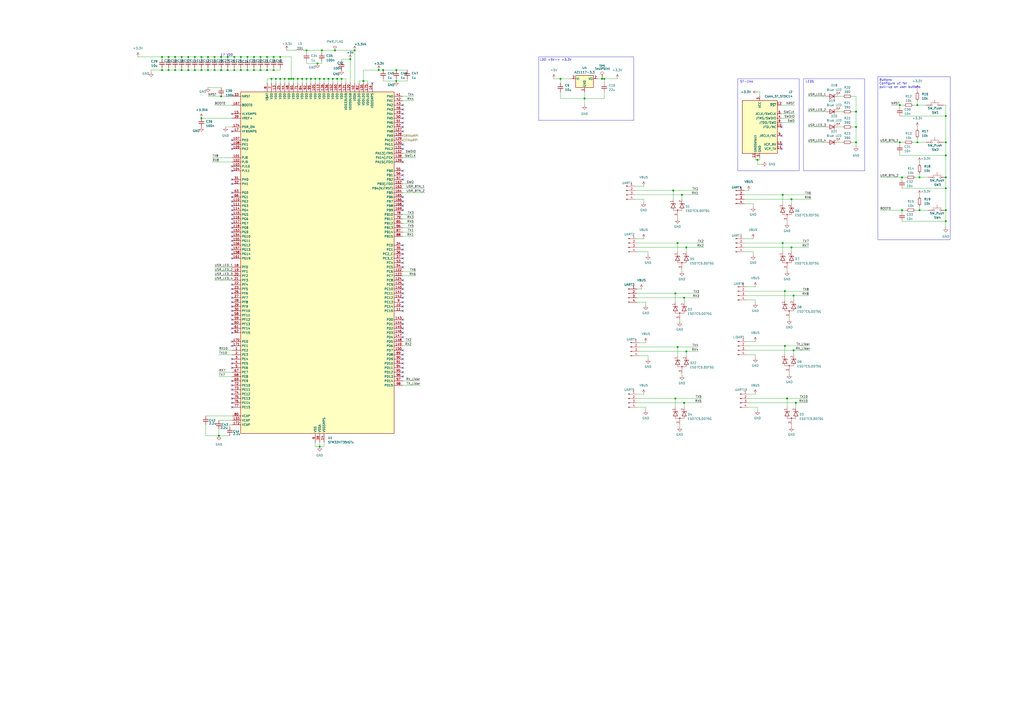
<source format=kicad_sch>
(kicad_sch (version 20231120) (generator "eeschema") (generator_version "8.0")
  (paper "A2")
  (lib_symbols
    (symbol "Connector:Conn_01x04_Male" (pin_names (offset 1.016) hide)
      (property "Reference" "J" (at 0 5.08 0))
      (property "Value" "Conn_01x04_Male" (at 0 -7.62 0))
      (symbol "Conn_01x04_Male_1_1"
        (pin passive line (at 5.08 2.54 180) (length 3.81) (name "Pin_1") (number "1"))
        (pin passive line (at 5.08 0 180) (length 3.81) (name "Pin_2") (number "2"))
        (pin passive line (at 5.08 -2.54 180) (length 3.81) (name "Pin_3") (number "3"))
        (pin passive line (at 5.08 -5.08 180) (length 3.81) (name "Pin_4") (number "4"))
      )
    )
    (symbol "Connector:Conn_ST_STDC14"
      (property "Reference" "J" (at -8.89 16.51 0))
      (property "Value" "Conn_ST_STDC14" (at 17.78 16.51 0))
      (symbol "Conn_ST_STDC14_1_1"
        (pin no_connect line (at -10.16 5.08 0) (length 2.54) hide (name "NC") (number "1"))
        (pin output line (at 12.7 0 180) (length 2.54) (name "JTDI/NC") (number "10"))
        (pin passive line (at -2.54 -17.78 90) (length 2.54) (name "GNDDetect") (number "11"))
        (pin open_collector line (at 12.7 12.7 180) (length 2.54) (name "~{RST}") (number "12"))
        (pin output line (at 12.7 -10.16 180) (length 2.54) (name "VCP_RX") (number "13"))
        (pin input line (at 12.7 -12.7 180) (length 2.54) (name "VCP_TX") (number "14"))
        (pin no_connect line (at -10.16 2.54 0) (length 2.54) hide (name "NC") (number "2"))
        (pin power_in line (at 0 17.78 270) (length 2.54) (name "VCC") (number "3"))
        (pin bidirectional line (at 12.7 5.08 180) (length 2.54) (name "JTMS/SWDIO") (number "4"))
        (pin power_in line (at 0 -17.78 90) (length 2.54) (name "GND") (number "5"))
        (pin output line (at 12.7 7.62 180) (length 2.54) (name "JCLK/SWCLK") (number "6"))
        (pin passive line (at 0 -17.78 90) (length 2.54) hide (name "GND") (number "7"))
        (pin input line (at 12.7 2.54 180) (length 2.54) (name "JTDO/SWO") (number "8"))
        (pin input line (at 12.7 -5.08 180) (length 2.54) (name "JRCLK/NC") (number "9"))
      )
    )
    (symbol "Connector:TestPoint" (pin_numbers hide) (pin_names (offset 0.762) hide)
      (property "Reference" "TP" (at 0 6.858 0))
      (property "Value" "TestPoint" (at 0 5.08 0))
      (symbol "TestPoint_1_1"
        (pin passive line (at 0 0 90) (length 2.54) (name "1") (number "1"))
      )
    )
    (symbol "Device:C_Small" (pin_numbers hide) (pin_names (offset 0.254) hide)
      (property "Reference" "C" (at 0.254 1.778 0))
      (property "Value" "C_Small" (at 0.254 -2.032 0))
      (symbol "C_Small_1_1"
        (pin passive line (at 0 2.54 270) (length 2.032) (name "~") (number "1"))
        (pin passive line (at 0 -2.54 90) (length 2.032) (name "~") (number "2"))
      )
    )
    (symbol "Device:LED" (pin_numbers hide) (pin_names (offset 1.016) hide)
      (property "Reference" "D" (at 0 2.54 0))
      (property "Value" "LED" (at 0 -2.54 0))
      (symbol "LED_1_1"
        (pin passive line (at -3.81 0 0) (length 2.54) (name "K") (number "1"))
        (pin passive line (at 3.81 0 180) (length 2.54) (name "A") (number "2"))
      )
    )
    (symbol "Device:L_Small" (pin_numbers hide) (pin_names (offset 0.254) hide)
      (property "Reference" "L" (at 0.762 1.016 0))
      (property "Value" "L_Small" (at 0.762 -1.016 0))
      (symbol "L_Small_1_1"
        (pin passive line (at 0 2.54 270) (length 0.508) (name "~") (number "1"))
        (pin passive line (at 0 -2.54 90) (length 0.508) (name "~") (number "2"))
      )
    )
    (symbol "Device:R_Small" (pin_numbers hide) (pin_names (offset 0.254) hide)
      (property "Reference" "R" (at 0.762 0.508 0))
      (property "Value" "R_Small" (at 0.762 -1.016 0))
      (symbol "R_Small_1_1"
        (pin passive line (at 0 2.54 270) (length 0.762) (name "~") (number "1"))
        (pin passive line (at 0 -2.54 90) (length 0.762) (name "~") (number "2"))
      )
    )
    (symbol "GND_3" (power) (pin_numbers hide) (pin_names (offset 0) hide)
      (property "Value" "GND" (at 0 -3.81 0))
      (symbol "GND_3_1_1"
        (pin power_in line (at 0 0 270) (length 0) (name "~") (number "1"))
      )
    )
    (symbol "MCU_ST_STM32H7:STM32H735IGTx"
      (property "Reference" "U" (at -43.18 100.33 0))
      (property "Value" "STM32H735IGTx" (at 35.56 100.33 0))
      (symbol "STM32H735IGTx_1_1"
        (pin bidirectional line (at -48.26 -50.8 0) (length 5.08) (name "PE2") (number "1"))
        (pin bidirectional line (at 50.8 -25.4 180) (length 5.08) (name "PC14") (number "10"))
        (pin passive line (at 0 -104.14 90) (length 5.08) hide (name "VSS") (number "100"))
        (pin bidirectional line (at -48.26 60.96 0) (length 5.08) (name "PJ8") (number "101"))
        (pin bidirectional line (at -48.26 58.42 0) (length 5.08) (name "PJ9") (number "102"))
        (pin bidirectional line (at -48.26 55.88 0) (length 5.08) (name "PJ10") (number "103"))
        (pin bidirectional line (at -48.26 53.34 0) (length 5.08) (name "PJ11") (number "104"))
        (pin power_in line (at 0 104.14 270) (length 5.08) (name "VDD") (number "105"))
        (pin passive line (at 0 -104.14 90) (length 5.08) hide (name "VSS") (number "106"))
        (pin bidirectional line (at -48.26 71.12 0) (length 5.08) (name "PK0") (number "107"))
        (pin bidirectional line (at -48.26 68.58 0) (length 5.08) (name "PK1") (number "108"))
        (pin bidirectional line (at -48.26 66.04 0) (length 5.08) (name "PK2") (number "109"))
        (pin bidirectional line (at 50.8 -27.94 180) (length 5.08) (name "PC15") (number "11"))
        (pin bidirectional line (at -48.26 35.56 0) (length 5.08) (name "PG2") (number "110"))
        (pin bidirectional line (at -48.26 33.02 0) (length 5.08) (name "PG3") (number "111"))
        (pin passive line (at 0 -104.14 90) (length 5.08) hide (name "VSS") (number "112"))
        (pin power_in line (at 2.54 104.14 270) (length 5.08) (name "VDD") (number "113"))
        (pin bidirectional line (at -48.26 30.48 0) (length 5.08) (name "PG4") (number "114"))
        (pin bidirectional line (at -48.26 27.94 0) (length 5.08) (name "PG5") (number "115"))
        (pin bidirectional line (at -48.26 25.4 0) (length 5.08) (name "PG6") (number "116"))
        (pin bidirectional line (at -48.26 22.86 0) (length 5.08) (name "PG7") (number "117"))
        (pin bidirectional line (at -48.26 20.32 0) (length 5.08) (name "PG8") (number "118"))
        (pin passive line (at 0 -104.14 90) (length 5.08) hide (name "VSS") (number "119"))
        (pin passive line (at 0 -104.14 90) (length 5.08) hide (name "VSS") (number "12"))
        (pin power_in line (at 20.32 104.14 270) (length 5.08) (name "VDD50USB") (number "120"))
        (pin power_in line (at 17.78 104.14 270) (length 5.08) (name "VDD33USB") (number "121"))
        (pin bidirectional line (at 50.8 -5.08 180) (length 5.08) (name "PC6") (number "122"))
        (pin bidirectional line (at 50.8 -7.62 180) (length 5.08) (name "PC7") (number "123"))
        (pin bidirectional line (at 50.8 -10.16 180) (length 5.08) (name "PC8") (number "124"))
        (pin bidirectional line (at 50.8 -12.7 180) (length 5.08) (name "PC9") (number "125"))
        (pin power_in line (at 5.08 104.14 270) (length 5.08) (name "VDD") (number "126"))
        (pin bidirectional line (at 50.8 76.2 180) (length 5.08) (name "PA8") (number "127"))
        (pin bidirectional line (at 50.8 73.66 180) (length 5.08) (name "PA9") (number "128"))
        (pin bidirectional line (at 50.8 71.12 180) (length 5.08) (name "PA10") (number "129"))
        (pin power_in line (at -22.86 104.14 270) (length 5.08) (name "VDD") (number "13"))
        (pin bidirectional line (at 50.8 68.58 180) (length 5.08) (name "PA11") (number "130"))
        (pin bidirectional line (at 50.8 66.04 180) (length 5.08) (name "PA12") (number "131"))
        (pin bidirectional line (at 50.8 63.5 180) (length 5.08) (name "PA13(JTMS") (number "132"))
        (pin power_out line (at -48.26 -91.44 0) (length 5.08) (name "VCAP") (number "133"))
        (pin passive line (at 0 -104.14 90) (length 5.08) hide (name "VSS") (number "134"))
        (pin power_in line (at 27.94 104.14 270) (length 5.08) (name "VDDLDO") (number "135"))
        (pin power_in line (at 7.62 104.14 270) (length 5.08) (name "VDD") (number "136"))
        (pin passive line (at 0 -104.14 90) (length 5.08) hide (name "VSS") (number "137"))
        (pin bidirectional line (at 50.8 60.96 180) (length 5.08) (name "PA14(JTCK") (number "138"))
        (pin bidirectional line (at 50.8 58.42 180) (length 5.08) (name "PA15(JTDI)") (number "139"))
        (pin power_in line (at 5.08 -104.14 90) (length 5.08) (name "VSSSMPS") (number "14"))
        (pin bidirectional line (at 50.8 -15.24 180) (length 5.08) (name "PC10") (number "140"))
        (pin bidirectional line (at 50.8 -17.78 180) (length 5.08) (name "PC11") (number "141"))
        (pin bidirectional line (at 50.8 -20.32 180) (length 5.08) (name "PC12") (number "142"))
        (pin bidirectional line (at 50.8 -33.02 180) (length 5.08) (name "PD0") (number "143"))
        (pin bidirectional line (at 50.8 -35.56 180) (length 5.08) (name "PD1") (number "144"))
        (pin bidirectional line (at 50.8 -38.1 180) (length 5.08) (name "PD2") (number "145"))
        (pin bidirectional line (at 50.8 -40.64 180) (length 5.08) (name "PD3") (number "146"))
        (pin bidirectional line (at 50.8 -43.18 180) (length 5.08) (name "PD4") (number "147"))
        (pin bidirectional line (at 50.8 -45.72 180) (length 5.08) (name "PD5") (number "148"))
        (pin bidirectional line (at 50.8 -48.26 180) (length 5.08) (name "PD6") (number "149"))
        (pin power_in line (at -48.26 86.36 0) (length 5.08) (name "VLXSMPS") (number "15"))
        (pin bidirectional line (at 50.8 -50.8 180) (length 5.08) (name "PD7") (number "150"))
        (pin passive line (at 0 -104.14 90) (length 5.08) hide (name "VSS") (number "151"))
        (pin power_in line (at 10.16 104.14 270) (length 5.08) (name "VDD") (number "152"))
        (pin bidirectional line (at -48.26 17.78 0) (length 5.08) (name "PG9") (number "153"))
        (pin bidirectional line (at -48.26 15.24 0) (length 5.08) (name "PG10") (number "154"))
        (pin bidirectional line (at -48.26 12.7 0) (length 5.08) (name "PG11") (number "155"))
        (pin bidirectional line (at -48.26 10.16 0) (length 5.08) (name "PG12") (number "156"))
        (pin bidirectional line (at -48.26 7.62 0) (length 5.08) (name "PG13") (number "157"))
        (pin bidirectional line (at -48.26 5.08 0) (length 5.08) (name "PG14") (number "158"))
        (pin passive line (at 0 -104.14 90) (length 5.08) hide (name "VSS") (number "159"))
        (pin power_in line (at 33.02 104.14 270) (length 5.08) (name "VDDSMPS") (number "16"))
        (pin power_in line (at 12.7 104.14 270) (length 5.08) (name "VDD") (number "160"))
        (pin bidirectional line (at -48.26 2.54 0) (length 5.08) (name "PG15") (number "161"))
        (pin bidirectional line (at 50.8 45.72 180) (length 5.08) (name "PB3(JTDO") (number "162"))
        (pin bidirectional line (at 50.8 43.18 180) (length 5.08) (name "PB4(NJTRST)") (number "163"))
        (pin bidirectional line (at 50.8 40.64 180) (length 5.08) (name "PB5") (number "164"))
        (pin bidirectional line (at 50.8 38.1 180) (length 5.08) (name "PB6") (number "165"))
        (pin bidirectional line (at 50.8 35.56 180) (length 5.08) (name "PB7") (number "166"))
        (pin input line (at -48.26 91.44 0) (length 5.08) (name "BOOT0") (number "167"))
        (pin bidirectional line (at 50.8 33.02 180) (length 5.08) (name "PB8") (number "168"))
        (pin bidirectional line (at 50.8 30.48 180) (length 5.08) (name "PB9") (number "169"))
        (pin input line (at -48.26 76.2 0) (length 5.08) (name "VFBSMPS") (number "17"))
        (pin bidirectional line (at -48.26 -45.72 0) (length 5.08) (name "PE0") (number "170"))
        (pin bidirectional line (at -48.26 -48.26 0) (length 5.08) (name "PE1") (number "171"))
        (pin power_out line (at -48.26 -93.98 0) (length 5.08) (name "VCAP") (number "172"))
        (pin passive line (at 0 -104.14 90) (length 5.08) hide (name "VSS") (number "173"))
        (pin input line (at -48.26 78.74 0) (length 5.08) (name "PDR_ON") (number "174"))
        (pin power_in line (at 30.48 104.14 270) (length 5.08) (name "VDDLDO") (number "175"))
        (pin power_in line (at 15.24 104.14 270) (length 5.08) (name "VDD") (number "176"))
        (pin bidirectional line (at -48.26 -2.54 0) (length 5.08) (name "PF0") (number "18"))
        (pin bidirectional line (at -48.26 -5.08 0) (length 5.08) (name "PF1") (number "19"))
        (pin bidirectional line (at -48.26 -53.34 0) (length 5.08) (name "PE3") (number "2"))
        (pin bidirectional line (at -48.26 -7.62 0) (length 5.08) (name "PF2") (number "20"))
        (pin bidirectional line (at -48.26 -10.16 0) (length 5.08) (name "PF3") (number "21"))
        (pin bidirectional line (at -48.26 -12.7 0) (length 5.08) (name "PF4") (number "22"))
        (pin bidirectional line (at -48.26 -15.24 0) (length 5.08) (name "PF5") (number "23"))
        (pin passive line (at 0 -104.14 90) (length 5.08) hide (name "VSS") (number "24"))
        (pin power_in line (at -20.32 104.14 270) (length 5.08) (name "VDD") (number "25"))
        (pin bidirectional line (at -48.26 -17.78 0) (length 5.08) (name "PF6") (number "26"))
        (pin bidirectional line (at -48.26 -20.32 0) (length 5.08) (name "PF7") (number "27"))
        (pin bidirectional line (at -48.26 -22.86 0) (length 5.08) (name "PF8") (number "28"))
        (pin bidirectional line (at -48.26 -25.4 0) (length 5.08) (name "PF9") (number "29"))
        (pin bidirectional line (at -48.26 -55.88 0) (length 5.08) (name "PE4") (number "3"))
        (pin bidirectional line (at -48.26 -27.94 0) (length 5.08) (name "PF10") (number "30"))
        (pin bidirectional line (at -48.26 48.26 0) (length 5.08) (name "PH0") (number "31"))
        (pin bidirectional line (at -48.26 45.72 0) (length 5.08) (name "PH1") (number "32"))
        (pin input line (at -48.26 96.52 0) (length 5.08) (name "NRST") (number "33"))
        (pin bidirectional line (at 50.8 10.16 180) (length 5.08) (name "PC0") (number "34"))
        (pin bidirectional line (at 50.8 7.62 180) (length 5.08) (name "PC1") (number "35"))
        (pin bidirectional line (at 50.8 5.08 180) (length 5.08) (name "PC2_C") (number "36"))
        (pin bidirectional line (at 50.8 2.54 180) (length 5.08) (name "PC3_C") (number "37"))
        (pin power_in line (at 2.54 -104.14 90) (length 5.08) (name "VSSA") (number "38"))
        (pin input line (at -48.26 83.82 0) (length 5.08) (name "VREF+") (number "39"))
        (pin bidirectional line (at -48.26 -58.42 0) (length 5.08) (name "PE5") (number "4"))
        (pin power_in line (at 22.86 104.14 270) (length 5.08) (name "VDDA") (number "40"))
        (pin bidirectional line (at 50.8 96.52 180) (length 5.08) (name "PA0") (number "41"))
        (pin bidirectional line (at 50.8 93.98 180) (length 5.08) (name "PA1") (number "42"))
        (pin bidirectional line (at 50.8 91.44 180) (length 5.08) (name "PA2") (number "43"))
        (pin power_in line (at -17.78 104.14 270) (length 5.08) (name "VDD") (number "44"))
        (pin passive line (at 0 -104.14 90) (length 5.08) hide (name "VSS") (number "45"))
        (pin bidirectional line (at 50.8 88.9 180) (length 5.08) (name "PA3") (number "46"))
        (pin passive line (at 0 -104.14 90) (length 5.08) hide (name "VSS") (number "47"))
        (pin power_in line (at -15.24 104.14 270) (length 5.08) (name "VDD") (number "48"))
        (pin bidirectional line (at 50.8 86.36 180) (length 5.08) (name "PA4") (number "49"))
        (pin bidirectional line (at -48.26 -60.96 0) (length 5.08) (name "PE6") (number "5"))
        (pin bidirectional line (at 50.8 83.82 180) (length 5.08) (name "PA5") (number "50"))
        (pin bidirectional line (at 50.8 81.28 180) (length 5.08) (name "PA6") (number "51"))
        (pin bidirectional line (at 50.8 78.74 180) (length 5.08) (name "PA7") (number "52"))
        (pin bidirectional line (at 50.8 0 180) (length 5.08) (name "PC4") (number "53"))
        (pin bidirectional line (at 50.8 -2.54 180) (length 5.08) (name "PC5") (number "54"))
        (pin bidirectional line (at 50.8 53.34 180) (length 5.08) (name "PB0") (number "55"))
        (pin bidirectional line (at 50.8 50.8 180) (length 5.08) (name "PB1") (number "56"))
        (pin bidirectional line (at 50.8 48.26 180) (length 5.08) (name "PB2") (number "57"))
        (pin bidirectional line (at -48.26 -30.48 0) (length 5.08) (name "PF11") (number "58"))
        (pin bidirectional line (at -48.26 -33.02 0) (length 5.08) (name "PF12") (number "59"))
        (pin power_in line (at 0 -104.14 90) (length 5.08) (name "VSS") (number "6"))
        (pin bidirectional line (at -48.26 -35.56 0) (length 5.08) (name "PF13") (number "60"))
        (pin bidirectional line (at -48.26 -38.1 0) (length 5.08) (name "PF14") (number "61"))
        (pin bidirectional line (at -48.26 -40.64 0) (length 5.08) (name "PF15") (number "62"))
        (pin bidirectional line (at -48.26 40.64 0) (length 5.08) (name "PG0") (number "63"))
        (pin passive line (at 0 -104.14 90) (length 5.08) hide (name "VSS") (number "64"))
        (pin power_in line (at -12.7 104.14 270) (length 5.08) (name "VDD") (number "65"))
        (pin bidirectional line (at -48.26 38.1 0) (length 5.08) (name "PG1") (number "66"))
        (pin bidirectional line (at -48.26 -63.5 0) (length 5.08) (name "PE7") (number "67"))
        (pin bidirectional line (at -48.26 -66.04 0) (length 5.08) (name "PE8") (number "68"))
        (pin bidirectional line (at -48.26 -68.58 0) (length 5.08) (name "PE9") (number "69"))
        (pin power_in line (at -25.4 104.14 270) (length 5.08) (name "VDD") (number "7"))
        (pin passive line (at 0 -104.14 90) (length 5.08) hide (name "VSS") (number "70"))
        (pin power_in line (at -10.16 104.14 270) (length 5.08) (name "VDD") (number "71"))
        (pin bidirectional line (at -48.26 -71.12 0) (length 5.08) (name "PE10") (number "72"))
        (pin bidirectional line (at -48.26 -73.66 0) (length 5.08) (name "PE11") (number "73"))
        (pin bidirectional line (at -48.26 -76.2 0) (length 5.08) (name "PE12") (number "74"))
        (pin bidirectional line (at -48.26 -78.74 0) (length 5.08) (name "PE13") (number "75"))
        (pin bidirectional line (at -48.26 -81.28 0) (length 5.08) (name "PE14") (number "76"))
        (pin bidirectional line (at -48.26 -83.82 0) (length 5.08) (name "PE15") (number "77"))
        (pin bidirectional line (at 50.8 27.94 180) (length 5.08) (name "PB10") (number "78"))
        (pin bidirectional line (at 50.8 25.4 180) (length 5.08) (name "PB11") (number "79"))
        (pin power_in line (at -27.94 104.14 270) (length 5.08) (name "VBAT") (number "8"))
        (pin power_out line (at -48.26 -88.9 0) (length 5.08) (name "VCAP") (number "80"))
        (pin passive line (at 0 -104.14 90) (length 5.08) hide (name "VSS") (number "81"))
        (pin power_in line (at 25.4 104.14 270) (length 5.08) (name "VDDLDO") (number "82"))
        (pin passive line (at 0 -104.14 90) (length 5.08) hide (name "VSS") (number "83"))
        (pin power_in line (at -7.62 104.14 270) (length 5.08) (name "VDD") (number "84"))
        (pin bidirectional line (at 50.8 22.86 180) (length 5.08) (name "PB12") (number "85"))
        (pin bidirectional line (at 50.8 20.32 180) (length 5.08) (name "PB13") (number "86"))
        (pin bidirectional line (at 50.8 17.78 180) (length 5.08) (name "PB14") (number "87"))
        (pin bidirectional line (at 50.8 15.24 180) (length 5.08) (name "PB15") (number "88"))
        (pin bidirectional line (at 50.8 -53.34 180) (length 5.08) (name "PD8") (number "89"))
        (pin bidirectional line (at 50.8 -22.86 180) (length 5.08) (name "PC13") (number "9"))
        (pin bidirectional line (at 50.8 -55.88 180) (length 5.08) (name "PD9") (number "90"))
        (pin bidirectional line (at 50.8 -58.42 180) (length 5.08) (name "PD10") (number "91"))
        (pin power_in line (at -5.08 104.14 270) (length 5.08) (name "VDD") (number "92"))
        (pin passive line (at 0 -104.14 90) (length 5.08) hide (name "VSS") (number "93"))
        (pin bidirectional line (at 50.8 -60.96 180) (length 5.08) (name "PD11") (number "94"))
        (pin bidirectional line (at 50.8 -63.5 180) (length 5.08) (name "PD12") (number "95"))
        (pin bidirectional line (at 50.8 -66.04 180) (length 5.08) (name "PD13") (number "96"))
        (pin bidirectional line (at 50.8 -68.58 180) (length 5.08) (name "PD14") (number "97"))
        (pin bidirectional line (at 50.8 -71.12 180) (length 5.08) (name "PD15") (number "98"))
        (pin power_in line (at -2.54 104.14 270) (length 5.08) (name "VDD") (number "99"))
      )
    )
    (symbol "Power_Protection:RCLAMP0582B" (pin_names hide)
      (property "Reference" "D" (at 0 5.08 0))
      (property "Value" "RCLAMP0582B" (at 0 -5.08 0))
      (symbol "RCLAMP0582B_0_1"
        (pin passive line (at -5.08 0 0) (length 2.54) (name "A") (number "3"))
      )
      (symbol "RCLAMP0582B_1_1"
        (pin passive line (at 5.08 2.54 180) (length 2.54) (name "K1") (number "1"))
        (pin passive line (at 5.08 -2.54 180) (length 2.54) (name "K2") (number "2"))
      )
    )
    (symbol "Regulator_Linear:AZ1117-3.3" (pin_names (offset 0.254))
      (property "Reference" "U" (at -3.81 3.175 0))
      (property "Value" "AZ1117-3.3" (at 0 3.175 0))
      (symbol "AZ1117-3.3_1_1"
        (pin power_in line (at 0 -7.62 90) (length 2.54) (name "GND") (number "1"))
        (pin power_out line (at 7.62 0 180) (length 2.54) (name "VO") (number "2"))
        (pin power_in line (at -7.62 0 0) (length 2.54) (name "VI") (number "3"))
      )
    )
    (symbol "Switch:SW_Push" (pin_numbers hide) (pin_names (offset 1.016) hide)
      (property "Reference" "SW" (at 1.27 2.54 0))
      (property "Value" "SW_Push" (at 0 -1.524 0))
      (symbol "SW_Push_0_1"
        (pin passive line (at -5.08 0 0) (length 2.54) (name "1") (number "1"))
        (pin passive line (at 5.08 0 180) (length 2.54) (name "2") (number "2"))
      )
    )
    (symbol "power:+3.3V" (power) (pin_numbers hide) (pin_names (offset 0) hide)
      (property "Value" "+3.3V" (at 0 3.556 0))
      (symbol "+3.3V_1_1"
        (pin power_in line (at 0 0 90) (length 0) (name "~") (number "1"))
      )
    )
    (symbol "power:+3.3VA" (power) (pin_numbers hide) (pin_names (offset 0) hide)
      (property "Value" "+3.3VA" (at 0 3.556 0))
      (symbol "+3.3VA_1_1"
        (pin power_in line (at 0 0 90) (length 0) (name "~") (number "1"))
      )
    )
    (symbol "power:+5V" (power) (pin_numbers hide) (pin_names (offset 0) hide)
      (property "Value" "+5V" (at 0 3.556 0))
      (symbol "+5V_1_1"
        (pin power_in line (at 0 0 90) (length 0) (name "~") (number "1"))
      )
    )
    (symbol "power:GND" (power) (pin_numbers hide) (pin_names (offset 0) hide)
      (property "Value" "GND" (at 0 -3.81 0))
      (symbol "GND_1_1"
        (pin power_in line (at 0 0 270) (length 0) (name "~") (number "1"))
      )
    )
    (symbol "power:PWR_FLAG" (power) (pin_numbers hide) (pin_names (offset 0) hide)
      (property "Value" "PWR_FLAG" (at 0 3.81 0))
      (symbol "PWR_FLAG_0_0"
        (pin power_out line (at 0 0 90) (length 0) (name "~") (number "1"))
      )
    )
    (symbol "power:VBUS" (power) (pin_numbers hide) (pin_names (offset 0) hide)
      (property "Value" "VBUS" (at 0 3.556 0))
      (symbol "VBUS_1_1"
        (pin power_in line (at 0 0 90) (length 0) (name "~") (number "1"))
      )
    )
  )
  (junction (at 128.27 55.88))
  (junction (at 147.32 40.64))
  (junction (at 162.56 33.02))
  (junction (at 461.645 233.68))
  (junction (at 548.64 102.87))
  (junction (at 184.15 36.83))
  (junction (at 97.79 40.64))
  (junction (at 195.58 45.72))
  (junction (at 523.24 102.87))
  (junction (at 185.42 45.72))
  (junction (at 454.025 113.03))
  (junction (at 548.64 67.31))
  (junction (at 105.41 33.02))
  (junction (at 124.46 40.64))
  (junction (at 198.12 45.72))
  (junction (at 460.375 203.2))
  (junction (at 160.02 45.72))
  (junction (at 135.89 33.02))
  (junction (at 105.41 40.64))
  (junction (at 154.94 33.02))
  (junction (at 203.2 34.29))
  (junction (at 154.94 40.64))
  (junction (at 116.84 40.64))
  (junction (at 229.87 40.64))
  (junction (at 219.71 40.64))
  (junction (at 222.25 40.64))
  (junction (at 165.1 45.72))
  (junction (at 116.84 33.02))
  (junction (at 533.4 102.87))
  (junction (at 185.42 259.08))
  (junction (at 143.51 33.02))
  (junction (at 391.769 170.18))
  (junction (at 532.13 82.55))
  (junction (at 496.57 73.66))
  (junction (at 339.09 57.15))
  (junction (at 101.6 33.02))
  (junction (at 139.7 40.64))
  (junction (at 120.65 33.02))
  (junction (at 132.08 33.02))
  (junction (at 172.72 45.72))
  (junction (at 532.13 60.96))
  (junction (at 151.13 33.02))
  (junction (at 349.25 45.72))
  (junction (at 168.91 45.72))
  (junction (at 143.51 40.64))
  (junction (at 139.7 33.02))
  (junction (at 147.32 33.02))
  (junction (at 135.89 40.64))
  (junction (at 127 252.73))
  (junction (at 93.98 40.64))
  (junction (at 548.64 90.17))
  (junction (at 187.96 45.72))
  (junction (at 395.579 113.03))
  (junction (at 548.64 121.92))
  (junction (at 101.6 40.64))
  (junction (at 455.295 168.91))
  (junction (at 396.849 233.68))
  (junction (at 398.145 203.835))
  (junction (at 175.26 45.72))
  (junction (at 182.88 45.72))
  (junction (at 521.97 82.55))
  (junction (at 523.24 121.92))
  (junction (at 193.04 45.72))
  (junction (at 548.64 109.22))
  (junction (at 109.22 33.02))
  (junction (at 460.375 171.45))
  (junction (at 177.8 29.21))
  (junction (at 393.039 140.97))
  (junction (at 186.69 29.21))
  (junction (at 167.64 45.72))
  (junction (at 393.065 201.295))
  (junction (at 390.499 110.49))
  (junction (at 124.46 33.02))
  (junction (at 180.34 45.72))
  (junction (at 439.42 92.71))
  (junction (at 398.119 143.51))
  (junction (at 177.8 45.72))
  (junction (at 113.03 33.02))
  (junction (at 350.52 45.72))
  (junction (at 93.98 33.02))
  (junction (at 459.105 115.57))
  (junction (at 120.65 40.64))
  (junction (at 229.87 46.99))
  (junction (at 521.97 60.96))
  (junction (at 158.75 40.64))
  (junction (at 496.57 82.55))
  (junction (at 548.64 82.55))
  (junction (at 151.13 40.64))
  (junction (at 116.84 68.58))
  (junction (at 113.03 40.64))
  (junction (at 170.18 45.72))
  (junction (at 548.64 128.27))
  (junction (at 325.12 45.72))
  (junction (at 205.74 29.21))
  (junction (at 456.565 231.14))
  (junction (at 210.82 46.99))
  (junction (at 396.849 172.72))
  (junction (at 459.105 143.51))
  (junction (at 128.27 33.02))
  (junction (at 455.295 200.66))
  (junction (at 128.27 40.64))
  (junction (at 454.025 140.97))
  (junction (at 132.08 40.64))
  (junction (at 109.22 40.64))
  (junction (at 533.4 121.92))
  (junction (at 194.31 29.21))
  (junction (at 97.79 33.02))
  (junction (at 391.769 231.14))
  (junction (at 157.48 45.72))
  (junction (at 190.5 45.72))
  (junction (at 158.75 33.02))
  (junction (at 162.56 45.72))
  (junction (at 496.57 64.77))
  (no_connect (at 233.68 86.36))
  (no_connect (at 233.68 167.64))
  (no_connect (at 453.39 73.66))
  (no_connect (at 134.62 134.62))
  (no_connect (at 134.62 180.34))
  (no_connect (at 134.62 137.16))
  (no_connect (at 233.68 210.82))
  (no_connect (at 134.62 111.76))
  (no_connect (at 233.68 195.58))
  (no_connect (at 233.68 68.58))
  (no_connect (at 233.68 116.84))
  (no_connect (at 233.68 142.24))
  (no_connect (at 134.62 172.72))
  (no_connect (at 233.68 99.06))
  (no_connect (at 233.68 215.9))
  (no_connect (at 233.68 208.28))
  (no_connect (at 134.62 233.68))
  (no_connect (at 233.68 93.98))
  (no_connect (at 134.62 210.82))
  (no_connect (at 134.62 167.64))
  (no_connect (at 233.68 185.42))
  (no_connect (at 233.68 172.72))
  (no_connect (at 233.68 71.12))
  (no_connect (at 134.62 182.88))
  (no_connect (at 233.68 144.78))
  (no_connect (at 134.62 99.06))
  (no_connect (at 134.62 142.24))
  (no_connect (at 233.68 60.96))
  (no_connect (at 233.68 213.36))
  (no_connect (at 233.68 73.66))
  (no_connect (at 233.68 101.6))
  (no_connect (at 233.68 205.74))
  (no_connect (at 453.39 86.36))
  (no_connect (at 134.62 116.84))
  (no_connect (at 134.62 208.28))
  (no_connect (at 233.68 154.94))
  (no_connect (at 134.62 86.36))
  (no_connect (at 233.68 104.14))
  (no_connect (at 233.68 76.2))
  (no_connect (at 134.62 190.5))
  (no_connect (at 134.62 76.2))
  (no_connect (at 453.39 83.82))
  (no_connect (at 134.62 200.66))
  (no_connect (at 134.62 193.04))
  (no_connect (at 134.62 144.78))
  (no_connect (at 233.68 187.96))
  (no_connect (at 233.68 190.5))
  (no_connect (at 233.68 170.18))
  (no_connect (at 134.62 121.92))
  (no_connect (at 134.62 119.38))
  (no_connect (at 233.68 218.44))
  (no_connect (at 134.62 124.46))
  (no_connect (at 453.39 78.74))
  (no_connect (at 134.62 114.3))
  (no_connect (at 134.62 104.14))
  (no_connect (at 134.62 170.18))
  (no_connect (at 134.62 185.42))
  (no_connect (at 134.62 139.7))
  (no_connect (at 233.68 114.3))
  (no_connect (at 134.62 129.54))
  (no_connect (at 134.62 106.68))
  (no_connect (at 233.68 162.56))
  (no_connect (at 233.68 63.5))
  (no_connect (at 233.68 147.32))
  (no_connect (at 134.62 165.1))
  (no_connect (at 233.68 165.1))
  (no_connect (at 134.62 81.28))
  (no_connect (at 134.62 177.8))
  (no_connect (at 134.62 83.82))
  (no_connect (at 134.62 96.52))
  (no_connect (at 134.62 187.96))
  (no_connect (at 134.62 213.36))
  (no_connect (at 233.68 66.04))
  (no_connect (at 215.9 48.26))
  (no_connect (at 233.68 152.4))
  (no_connect (at 134.62 226.06))
  (no_connect (at 233.68 83.82))
  (no_connect (at 134.62 66.04))
  (no_connect (at 134.62 223.52))
  (no_connect (at 233.68 175.26))
  (no_connect (at 134.62 127))
  (no_connect (at 134.62 220.98))
  (no_connect (at 233.68 119.38))
  (no_connect (at 233.68 149.86))
  (no_connect (at 233.68 121.92))
  (no_connect (at 134.62 149.86))
  (no_connect (at 134.62 175.26))
  (no_connect (at 134.62 231.14))
  (no_connect (at 134.62 147.32))
  (no_connect (at 233.68 177.8))
  (no_connect (at 134.62 198.12))
  (no_connect (at 233.68 193.04))
  (no_connect (at 134.62 132.08))
  (no_connect (at 233.68 180.34))
  (no_connect (at 134.62 236.22))
  (no_connect (at 134.62 228.6))
  (no_connect (at 233.68 203.2))
  (wire (pts (xy 120.65 33.02) (xy 120.65 34.29)))
  (wire (pts (xy 208.28 48.26) (xy 208.28 46.99)))
  (wire (pts (xy 198.12 34.29) (xy 198.12 35.56)))
  (wire (pts (xy 190.5 45.72) (xy 193.04 45.72)))
  (wire (pts (xy 186.69 36.83) (xy 184.15 36.83)))
  (wire (pts (xy 236.22 46.99) (xy 236.22 45.72)))
  (wire (pts (xy 393.039 127) (xy 393.039 125.73)))
  (wire (pts (xy 434.34 228.6) (xy 438.15 228.6)))
  (wire (pts (xy 233.68 124.46) (xy 240.03 124.46)))
  (wire (pts (xy 119.38 252.73) (xy 127 252.73)))
  (wire (pts (xy 436.88 146.05) (xy 431.8 146.05)))
  (wire (pts (xy 516.89 60.96) (xy 521.97 60.96)))
  (wire (pts (xy 459.105 143.51) (xy 469.265 143.51)))
  (wire (pts (xy 130.81 73.66) (xy 134.62 73.66)))
  (wire (pts (xy 431.8 143.51) (xy 459.105 143.51)))
  (wire (pts (xy 456.565 231.14) (xy 468.63 231.14)))
  (wire (pts (xy 350.52 53.34) (xy 350.52 57.15)))
  (wire (pts (xy 456.565 129.54) (xy 456.565 128.27)))
  (wire (pts (xy 177.8 29.21) (xy 176.53 29.21)))
  (wire (pts (xy 162.56 39.37) (xy 162.56 40.64)))
  (wire (pts (xy 547.37 60.96) (xy 548.64 60.96)))
  (wire (pts (xy 454.025 113.03) (xy 454.025 118.11)))
  (wire (pts (xy 390.499 110.49) (xy 390.499 115.57)))
  (wire (pts (xy 167.64 45.72) (xy 165.1 45.72)))
  (wire (pts (xy 134.62 218.44) (xy 127 218.44)))
  (wire (pts (xy 486.41 64.77) (xy 488.95 64.77)))
  (wire (pts (xy 455.295 200.66) (xy 469.9 200.66)))
  (wire (pts (xy 395.579 113.03) (xy 405.104 113.03)))
  (wire (pts (xy 154.94 39.37) (xy 154.94 40.64)))
  (wire (pts (xy 523.24 128.27) (xy 548.64 128.27)))
  (wire (pts (xy 533.4 93.98) (xy 533.4 95.25)))
  (wire (pts (xy 120.65 50.8) (xy 128.27 50.8)))
  (wire (pts (xy 139.7 33.02) (xy 139.7 34.29)))
  (wire (pts (xy 162.56 33.02) (xy 168.91 33.02)))
  (wire (pts (xy 494.03 82.55) (xy 496.57 82.55)))
  (wire (pts (xy 113.03 40.64) (xy 109.22 40.64)))
  (wire (pts (xy 455.295 168.91) (xy 469.265 168.91)))
  (wire (pts (xy 321.31 45.72) (xy 325.12 45.72)))
  (wire (pts (xy 139.7 40.64) (xy 135.89 40.64)))
  (wire (pts (xy 186.69 29.21) (xy 194.31 29.21)))
  (wire (pts (xy 97.79 40.64) (xy 97.79 39.37)))
  (wire (pts (xy 394.309 186.69) (xy 394.309 185.42)))
  (wire (pts (xy 166.37 29.21) (xy 171.45 29.21)))
  (wire (pts (xy 124.46 39.37) (xy 124.46 40.64)))
  (wire (pts (xy 193.04 48.26) (xy 193.04 45.72)))
  (wire (pts (xy 434.34 233.68) (xy 461.645 233.68)))
  (wire (pts (xy 453.39 66.04) (xy 461.01 66.04)))
  (wire (pts (xy 468.63 64.77) (xy 478.79 64.77)))
  (wire (pts (xy 454.025 140.97) (xy 454.025 146.05)))
  (wire (pts (xy 395.605 217.805) (xy 395.605 216.535)))
  (wire (pts (xy 124.46 160.02) (xy 134.62 160.02)))
  (wire (pts (xy 147.32 40.64) (xy 143.51 40.64)))
  (wire (pts (xy 127 243.84) (xy 134.62 243.84)))
  (wire (pts (xy 438.15 175.895) (xy 438.15 173.99)))
  (wire (pts (xy 374.624 177.165) (xy 374.624 175.26)))
  (wire (pts (xy 120.65 55.88) (xy 128.27 55.88)))
  (wire (pts (xy 468.63 73.66) (xy 478.79 73.66)))
  (wire (pts (xy 187.96 256.54) (xy 187.96 259.08)))
  (wire (pts (xy 124.46 33.02) (xy 120.65 33.02)))
  (wire (pts (xy 132.08 33.02) (xy 135.89 33.02)))
  (wire (pts (xy 496.57 82.55) (xy 496.57 85.09)))
  (wire (pts (xy 128.27 34.29) (xy 128.27 33.02)))
  (wire (pts (xy 180.34 45.72) (xy 182.88 45.72)))
  (wire (pts (xy 395.579 113.03) (xy 395.579 115.57)))
  (wire (pts (xy 185.42 45.72) (xy 185.42 48.26)))
  (wire (pts (xy 486.41 55.88) (xy 488.95 55.88)))
  (wire (pts (xy 151.13 33.02) (xy 151.13 34.29)))
  (wire (pts (xy 213.36 46.99) (xy 210.82 46.99)))
  (wire (pts (xy 165.1 45.72) (xy 165.1 48.26)))
  (wire (pts (xy 369.57 140.97) (xy 393.039 140.97)))
  (wire (pts (xy 438.15 205.74) (xy 433.07 205.74)))
  (wire (pts (xy 395.579 157.48) (xy 395.579 156.21)))
  (wire (pts (xy 109.22 33.02) (xy 105.41 33.02)))
  (wire (pts (xy 175.26 45.72) (xy 177.8 45.72)))
  (wire (pts (xy 172.72 45.72) (xy 172.72 48.26)))
  (wire (pts (xy 168.91 33.02) (xy 168.91 45.72)))
  (wire (pts (xy 521.97 82.55) (xy 521.97 83.82)))
  (wire (pts (xy 233.68 58.42) (xy 240.03 58.42)))
  (wire (pts (xy 521.97 67.31) (xy 548.64 67.31)))
  (wire (pts (xy 134.62 91.44) (xy 123.19 91.44)))
  (wire (pts (xy 154.94 33.02) (xy 158.75 33.02)))
  (wire (pts (xy 391.769 170.18) (xy 391.769 175.26)))
  (wire (pts (xy 373.354 117.475) (xy 373.354 115.57)))
  (wire (pts (xy 233.68 160.02) (xy 241.3 160.02)))
  (wire (pts (xy 433.07 198.12) (xy 438.15 198.12)))
  (wire (pts (xy 532.13 82.55) (xy 537.21 82.55)))
  (wire (pts (xy 222.25 46.99) (xy 229.87 46.99)))
  (wire (pts (xy 374.624 236.22) (xy 369.544 236.22)))
  (wire (pts (xy 368.274 107.95) (xy 373.354 107.95)))
  (wire (pts (xy 116.84 68.58) (xy 134.62 68.58)))
  (wire (pts (xy 349.25 45.72) (xy 346.71 45.72)))
  (wire (pts (xy 369.544 167.64) (xy 372.084 167.64)))
  (wire (pts (xy 105.41 33.02) (xy 105.41 34.29)))
  (wire (pts (xy 530.86 102.87) (xy 533.4 102.87)))
  (wire (pts (xy 431.8 140.97) (xy 454.025 140.97)))
  (wire (pts (xy 468.63 82.55) (xy 478.79 82.55)))
  (wire (pts (xy 127 252.73) (xy 133.35 252.73)))
  (wire (pts (xy 185.42 45.72) (xy 187.96 45.72)))
  (wire (pts (xy 87.63 40.64) (xy 87.63 41.91)))
  (wire (pts (xy 219.71 40.64) (xy 222.25 40.64)))
  (wire (pts (xy 116.84 33.02) (xy 116.84 34.29)))
  (wire (pts (xy 439.42 92.71) (xy 438.15 92.71)))
  (wire (pts (xy 210.82 46.99) (xy 210.82 48.26)))
  (wire (pts (xy 158.75 33.02) (xy 162.56 33.02)))
  (wire (pts (xy 433.07 166.37) (xy 438.15 166.37)))
  (wire (pts (xy 93.98 33.02) (xy 80.01 33.02)))
  (wire (pts (xy 182.88 45.72) (xy 182.88 48.26)))
  (wire (pts (xy 170.18 45.72) (xy 168.91 45.72)))
  (wire (pts (xy 229.87 46.99) (xy 229.87 45.72)))
  (wire (pts (xy 162.56 45.72) (xy 162.56 48.26)))
  (wire (pts (xy 453.39 60.96) (xy 461.01 60.96)))
  (wire (pts (xy 369.57 143.51) (xy 398.119 143.51)))
  (wire (pts (xy 548.64 128.27) (xy 548.64 121.92)))
  (wire (pts (xy 128.27 40.64) (xy 124.46 40.64)))
  (wire (pts (xy 147.32 39.37) (xy 147.32 40.64)))
  (wire (pts (xy 433.07 203.2) (xy 460.375 203.2)))
  (wire (pts (xy 154.94 40.64) (xy 151.13 40.64)))
  (wire (pts (xy 533.4 121.92) (xy 538.48 121.92)))
  (wire (pts (xy 233.68 91.44) (xy 241.3 91.44)))
  (wire (pts (xy 180.34 45.72) (xy 180.34 48.26)))
  (wire (pts (xy 147.32 33.02) (xy 151.13 33.02)))
  (wire (pts (xy 205.74 29.21) (xy 205.74 48.26)))
  (wire (pts (xy 172.72 45.72) (xy 175.26 45.72)))
  (wire (pts (xy 113.03 33.02) (xy 109.22 33.02)))
  (wire (pts (xy 459.105 143.51) (xy 459.105 146.05)))
  (wire (pts (xy 391.769 231.14) (xy 407.009 231.14)))
  (wire (pts (xy 431.8 115.57) (xy 459.105 115.57)))
  (wire (pts (xy 105.41 40.64) (xy 109.22 40.64)))
  (wire (pts (xy 198.12 45.72) (xy 200.66 45.72)))
  (wire (pts (xy 375.894 146.05) (xy 369.57 146.05)))
  (wire (pts (xy 521.97 60.96) (xy 524.51 60.96)))
  (wire (pts (xy 151.13 40.64) (xy 147.32 40.64)))
  (wire (pts (xy 128.27 33.02) (xy 124.46 33.02)))
  (wire (pts (xy 134.62 205.74) (xy 127 205.74)))
  (wire (pts (xy 325.12 45.72) (xy 331.47 45.72)))
  (wire (pts (xy 494.03 73.66) (xy 496.57 73.66)))
  (wire (pts (xy 119.38 246.38) (xy 119.38 252.73)))
  (wire (pts (xy 325.12 57.15) (xy 339.09 57.15)))
  (wire (pts (xy 222.25 46.99) (xy 222.25 45.72)))
  (wire (pts (xy 233.68 134.62) (xy 240.03 134.62)))
  (wire (pts (xy 325.12 53.34) (xy 325.12 57.15)))
  (wire (pts (xy 391.769 170.18) (xy 405.739 170.18)))
  (wire (pts (xy 396.849 172.72) (xy 405.739 172.72)))
  (wire (pts (xy 523.24 121.92) (xy 523.24 123.19)))
  (wire (pts (xy 325.12 45.72) (xy 325.12 48.26)))
  (wire (pts (xy 368.274 113.03) (xy 395.579 113.03)))
  (wire (pts (xy 438.15 207.645) (xy 438.15 205.74)))
  (wire (pts (xy 143.51 33.02) (xy 147.32 33.02)))
  (wire (pts (xy 390.499 110.49) (xy 405.104 110.49)))
  (wire (pts (xy 116.84 40.64) (xy 113.03 40.64)))
  (wire (pts (xy 370.84 198.755) (xy 374.65 198.755)))
  (wire (pts (xy 439.42 236.22) (xy 434.34 236.22)))
  (wire (pts (xy 184.15 36.83) (xy 177.8 36.83)))
  (wire (pts (xy 177.8 45.72) (xy 180.34 45.72)))
  (wire (pts (xy 222.25 40.64) (xy 229.87 40.64)))
  (wire (pts (xy 120.65 33.02) (xy 116.84 33.02)))
  (wire (pts (xy 233.68 132.08) (xy 240.03 132.08)))
  (wire (pts (xy 459.105 115.57) (xy 459.105 118.11)))
  (wire (pts (xy 523.24 102.87) (xy 523.24 104.14)))
  (wire (pts (xy 456.565 157.48) (xy 456.565 156.21)))
  (wire (pts (xy 496.57 64.77) (xy 496.57 73.66)))
  (wire (pts (xy 128.27 33.02) (xy 132.08 33.02)))
  (wire (pts (xy 168.91 45.72) (xy 167.64 45.72)))
  (wire (pts (xy 139.7 39.37) (xy 139.7 40.64)))
  (wire (pts (xy 120.65 39.37) (xy 120.65 40.64)))
  (wire (pts (xy 113.03 33.02) (xy 113.03 34.29)))
  (wire (pts (xy 460.375 203.2) (xy 460.375 205.74)))
  (wire (pts (xy 124.46 162.56) (xy 134.62 162.56)))
  (wire (pts (xy 436.88 118.11) (xy 431.8 118.11)))
  (wire (pts (xy 350.52 57.15) (xy 339.09 57.15)))
  (wire (pts (xy 439.42 238.125) (xy 439.42 236.22)))
  (wire (pts (xy 457.835 217.17) (xy 457.835 215.9)))
  (wire (pts (xy 510.54 102.87) (xy 523.24 102.87)))
  (wire (pts (xy 246.38 111.76) (xy 233.68 111.76)))
  (wire (pts (xy 439.42 95.25) (xy 439.42 92.71)))
  (wire (pts (xy 182.88 256.54) (xy 182.88 259.08)))
  (wire (pts (xy 116.84 33.02) (xy 113.03 33.02)))
  (wire (pts (xy 398.119 143.51) (xy 398.119 146.05)))
  (wire (pts (xy 135.89 33.02) (xy 139.7 33.02)))
  (wire (pts (xy 457.835 185.42) (xy 457.835 184.15)))
  (wire (pts (xy 468.63 55.88) (xy 478.79 55.88)))
  (wire (pts (xy 441.96 95.25) (xy 439.42 95.25)))
  (wire (pts (xy 433.07 168.91) (xy 455.295 168.91)))
  (wire (pts (xy 396.849 233.68) (xy 407.009 233.68)))
  (wire (pts (xy 436.88 120.015) (xy 436.88 118.11)))
  (wire (pts (xy 167.64 45.72) (xy 167.64 48.26)))
  (wire (pts (xy 177.8 45.72) (xy 177.8 48.26)))
  (wire (pts (xy 93.98 39.37) (xy 93.98 40.64)))
  (wire (pts (xy 186.69 29.21) (xy 186.69 30.48)))
  (wire (pts (xy 87.63 40.64) (xy 93.98 40.64)))
  (wire (pts (xy 339.09 57.15) (xy 339.09 53.34)))
  (wire (pts (xy 128.27 55.88) (xy 134.62 55.88)))
  (wire (pts (xy 433.07 171.45) (xy 460.375 171.45)))
  (wire (pts (xy 393.039 140.97) (xy 393.039 146.05)))
  (wire (pts (xy 350.52 45.72) (xy 349.25 45.72)))
  (wire (pts (xy 109.22 39.37) (xy 109.22 40.64)))
  (wire (pts (xy 229.87 46.99) (xy 236.22 46.99)))
  (wire (pts (xy 175.26 48.26) (xy 175.26 45.72)))
  (wire (pts (xy 375.92 206.375) (xy 370.84 206.375)))
  (wire (pts (xy 151.13 33.02) (xy 154.94 33.02)))
  (wire (pts (xy 431.8 113.03) (xy 454.025 113.03)))
  (wire (pts (xy 158.75 33.02) (xy 158.75 34.29)))
  (wire (pts (xy 521.97 88.9) (xy 521.97 90.17)))
  (wire (pts (xy 460.375 203.2) (xy 469.9 203.2)))
  (wire (pts (xy 368.274 110.49) (xy 390.499 110.49)))
  (wire (pts (xy 147.32 33.02) (xy 147.32 34.29)))
  (wire (pts (xy 369.544 172.72) (xy 396.849 172.72)))
  (wire (pts (xy 172.72 45.72) (xy 170.18 45.72)))
  (wire (pts (xy 186.69 35.56) (xy 186.69 36.83)))
  (wire (pts (xy 486.41 82.55) (xy 488.95 82.55)))
  (wire (pts (xy 162.56 45.72) (xy 160.02 45.72)))
  (wire (pts (xy 187.96 45.72) (xy 187.96 48.26)))
  (wire (pts (xy 439.42 53.34) (xy 440.69 53.34)))
  (wire (pts (xy 532.13 60.96) (xy 537.21 60.96)))
  (wire (pts (xy 532.13 52.07) (xy 532.13 53.34)))
  (wire (pts (xy 93.98 33.02) (xy 93.98 34.29)))
  (wire (pts (xy 521.97 82.55) (xy 524.51 82.55)))
  (wire (pts (xy 177.8 29.21) (xy 186.69 29.21)))
  (wire (pts (xy 396.849 233.68) (xy 396.849 236.22)))
  (wire (pts (xy 160.02 45.72) (xy 157.48 45.72)))
  (wire (pts (xy 170.18 45.72) (xy 170.18 48.26)))
  (wire (pts (xy 433.07 200.66) (xy 455.295 200.66)))
  (wire (pts (xy 548.64 90.17) (xy 548.64 82.55)))
  (wire (pts (xy 548.64 82.55) (xy 547.37 82.55)))
  (wire (pts (xy 101.6 33.02) (xy 97.79 33.02)))
  (wire (pts (xy 405.13 203.835) (xy 398.145 203.835)))
  (wire (pts (xy 127 203.2) (xy 134.62 203.2)))
  (wire (pts (xy 438.15 173.99) (xy 433.07 173.99)))
  (wire (pts (xy 523.24 121.92) (xy 525.78 121.92)))
  (wire (pts (xy 431.8 138.43) (xy 436.88 138.43)))
  (wire (pts (xy 369.544 231.14) (xy 391.769 231.14)))
  (wire (pts (xy 182.88 259.08) (xy 185.42 259.08)))
  (wire (pts (xy 339.09 60.96) (xy 339.09 57.15)))
  (wire (pts (xy 233.68 127) (xy 240.03 127)))
  (wire (pts (xy 461.645 233.68) (xy 468.63 233.68)))
  (wire (pts (xy 533.4 113.03) (xy 533.4 114.3)))
  (wire (pts (xy 510.54 82.55) (xy 521.97 82.55)))
  (wire (pts (xy 162.56 40.64) (xy 158.75 40.64)))
  (wire (pts (xy 158.75 40.64) (xy 154.94 40.64)))
  (wire (pts (xy 198.12 45.72) (xy 195.58 45.72)))
  (wire (pts (xy 391.769 231.14) (xy 391.769 236.22)))
  (wire (pts (xy 233.68 106.68) (xy 240.03 106.68)))
  (wire (pts (xy 529.59 60.96) (xy 532.13 60.96)))
  (wire (pts (xy 195.58 48.26) (xy 195.58 45.72)))
  (wire (pts (xy 128.27 39.37) (xy 128.27 40.64)))
  (wire (pts (xy 198.12 48.26) (xy 198.12 45.72)))
  (wire (pts (xy 233.68 88.9) (xy 241.3 88.9)))
  (wire (pts (xy 460.375 171.45) (xy 469.265 171.45)))
  (wire (pts (xy 101.6 39.37) (xy 101.6 40.64)))
  (wire (pts (xy 375.894 147.955) (xy 375.894 146.05)))
  (wire (pts (xy 440.69 53.34) (xy 440.69 55.88)))
  (wire (pts (xy 393.065 201.295) (xy 405.13 201.295)))
  (wire (pts (xy 369.57 138.43) (xy 373.38 138.43)))
  (wire (pts (xy 135.89 40.64) (xy 132.08 40.64)))
  (wire (pts (xy 132.08 39.37) (xy 132.08 40.64)))
  (wire (pts (xy 116.84 39.37) (xy 116.84 40.64)))
  (wire (pts (xy 533.4 121.92) (xy 533.4 119.38)))
  (wire (pts (xy 532.13 60.96) (xy 532.13 58.42)))
  (wire (pts (xy 440.69 91.44) (xy 440.69 92.71)))
  (wire (pts (xy 120.65 40.64) (xy 116.84 40.64)))
  (wire (pts (xy 151.13 39.37) (xy 151.13 40.64)))
  (wire (pts (xy 438.15 92.71) (xy 438.15 91.44)))
  (wire (pts (xy 160.02 45.72) (xy 160.02 48.26)))
  (wire (pts (xy 233.68 220.98) (xy 243.84 220.98)))
  (wire (pts (xy 97.79 40.64) (xy 101.6 40.64)))
  (wire (pts (xy 143.51 40.64) (xy 139.7 40.64)))
  (wire (pts (xy 233.68 200.66) (xy 238.76 200.66)))
  (wire (pts (xy 510.54 121.92) (xy 523.24 121.92)))
  (wire (pts (xy 373.354 115.57) (xy 368.274 115.57)))
  (wire (pts (xy 198.12 34.29) (xy 203.2 34.29)))
  (wire (pts (xy 133.35 247.65) (xy 133.35 246.38)))
  (wire (pts (xy 187.96 45.72) (xy 190.5 45.72)))
  (wire (pts (xy 394.309 247.65) (xy 394.309 246.38)))
  (wire (pts (xy 369.544 228.6) (xy 373.354 228.6)))
  (wire (pts (xy 548.64 102.87) (xy 548.64 90.17)))
  (wire (pts (xy 454.025 140.97) (xy 469.265 140.97)))
  (wire (pts (xy 135.89 39.37) (xy 135.89 40.64)))
  (wire (pts (xy 124.46 60.96) (xy 134.62 60.96)))
  (wire (pts (xy 455.295 168.91) (xy 455.295 173.99)))
  (wire (pts (xy 208.28 46.99) (xy 210.82 46.99)))
  (wire (pts (xy 233.68 157.48) (xy 241.3 157.48)))
  (wire (pts (xy 496.57 55.88) (xy 496.57 64.77)))
  (wire (pts (xy 369.544 170.18) (xy 391.769 170.18)))
  (wire (pts (xy 350.52 45.72) (xy 350.52 48.26)))
  (wire (pts (xy 461.645 233.68) (xy 461.645 236.22)))
  (wire (pts (xy 203.2 34.29) (xy 203.2 48.26)))
  (wire (pts (xy 124.46 40.64) (xy 120.65 40.64)))
  (wire (pts (xy 154.94 33.02) (xy 154.94 34.29)))
  (wire (pts (xy 375.92 208.28) (xy 375.92 206.375)))
  (wire (pts (xy 154.94 48.26) (xy 154.94 45.72)))
  (wire (pts (xy 486.41 73.66) (xy 488.95 73.66)))
  (wire (pts (xy 548.64 121.92) (xy 548.64 109.22)))
  (wire (pts (xy 532.13 73.66) (xy 532.13 74.93)))
  (wire (pts (xy 396.849 172.72) (xy 396.849 175.26)))
  (wire (pts (xy 436.88 147.955) (xy 436.88 146.05)))
  (wire (pts (xy 109.22 33.02) (xy 109.22 34.29)))
  (wire (pts (xy 97.79 33.02) (xy 93.98 33.02)))
  (wire (pts (xy 177.8 35.56) (xy 177.8 36.83)))
  (wire (pts (xy 548.64 109.22) (xy 548.64 102.87)))
  (wire (pts (xy 548.64 60.96) (xy 548.64 67.31)))
  (wire (pts (xy 190.5 45.72) (xy 190.5 48.26)))
  (wire (pts (xy 459.105 247.65) (xy 459.105 246.38)))
  (wire (pts (xy 370.84 203.835) (xy 398.145 203.835)))
  (wire (pts (xy 453.39 71.12) (xy 461.01 71.12)))
  (wire (pts (xy 101.6 33.02) (xy 101.6 34.29)))
  (wire (pts (xy 393.065 201.295) (xy 393.065 206.375)))
  (wire (pts (xy 233.68 137.16) (xy 240.03 137.16)))
  (wire (pts (xy 127 248.92) (xy 127 252.73)))
  (wire (pts (xy 105.41 40.64) (xy 101.6 40.64)))
  (wire (pts (xy 369.544 233.68) (xy 396.849 233.68)))
  (wire (pts (xy 398.119 143.51) (xy 408.279 143.51)))
  (wire (pts (xy 127 215.9) (xy 134.62 215.9)))
  (wire (pts (xy 434.34 231.14) (xy 456.565 231.14)))
  (wire (pts (xy 459.105 115.57) (xy 470.535 115.57)))
  (wire (pts (xy 455.295 200.66) (xy 455.295 205.74)))
  (wire (pts (xy 133.35 246.38) (xy 134.62 246.38)))
  (wire (pts (xy 533.4 102.87) (xy 533.4 100.33)))
  (wire (pts (xy 233.68 223.52) (xy 243.84 223.52)))
  (wire (pts (xy 135.89 33.02) (xy 135.89 34.29)))
  (wire (pts (xy 97.79 33.02) (xy 97.79 34.29)))
  (wire (pts (xy 521.97 60.96) (xy 521.97 62.23)))
  (wire (pts (xy 398.145 203.835) (xy 398.145 206.375)))
  (wire (pts (xy 139.7 33.02) (xy 143.51 33.02)))
  (wire (pts (xy 494.03 64.77) (xy 496.57 64.77)))
  (wire (pts (xy 496.57 73.66) (xy 496.57 82.55)))
  (wire (pts (xy 162.56 33.02) (xy 162.56 34.29)))
  (wire (pts (xy 124.46 33.02) (xy 124.46 34.29)))
  (wire (pts (xy 523.24 102.87) (xy 525.78 102.87)))
  (wire (pts (xy 548.64 67.31) (xy 548.64 82.55)))
  (wire (pts (xy 182.88 45.72) (xy 185.42 45.72)))
  (wire (pts (xy 158.75 39.37) (xy 158.75 40.64)))
  (wire (pts (xy 219.71 40.64) (xy 210.82 40.64)))
  (wire (pts (xy 374.624 238.125) (xy 374.624 236.22)))
  (wire (pts (xy 93.98 40.64) (xy 97.79 40.64)))
  (wire (pts (xy 132.08 40.64) (xy 128.27 40.64)))
  (wire (pts (xy 431.8 110.49) (xy 434.34 110.49)))
  (wire (pts (xy 358.14 45.72) (xy 350.52 45.72)))
  (wire (pts (xy 213.36 48.26) (xy 213.36 46.99)))
  (wire (pts (xy 456.565 231.14) (xy 456.565 236.22)))
  (wire (pts (xy 187.96 259.08) (xy 185.42 259.08)))
  (wire (pts (xy 494.03 55.88) (xy 496.57 55.88)))
  (wire (pts (xy 194.31 29.21) (xy 205.74 29.21)))
  (wire (pts (xy 548.64 128.27) (xy 548.64 132.08)))
  (wire (pts (xy 124.46 154.94) (xy 134.62 154.94)))
  (wire (pts (xy 143.51 39.37) (xy 143.51 40.64)))
  (wire (pts (xy 119.38 241.3) (xy 134.62 241.3)))
  (wire (pts (xy 229.87 40.64) (xy 236.22 40.64)))
  (wire (pts (xy 195.58 45.72) (xy 193.04 45.72)))
  (wire (pts (xy 454.025 113.03) (xy 470.535 113.03)))
  (wire (pts (xy 533.4 102.87) (xy 538.48 102.87)))
  (wire (pts (xy 200.66 45.72) (xy 200.66 48.26)))
  (wire (pts (xy 157.48 45.72) (xy 157.48 48.26)))
  (wire (pts (xy 210.82 40.64) (xy 210.82 46.99)))
  (wire (pts (xy 185.42 256.54) (xy 185.42 259.08)))
  (wire (pts (xy 374.624 175.26) (xy 369.544 175.26)))
  (wire (pts (xy 165.1 45.72) (xy 162.56 45.72)))
  (wire (pts (xy 370.84 201.295) (xy 393.065 201.295)))
  (wire (pts (xy 124.46 157.48) (xy 134.62 157.48)))
  (wire (pts (xy 453.39 68.58) (xy 461.01 68.58)))
  (wire (pts (xy 233.68 55.88) (xy 240.03 55.88)))
  (wire (pts (xy 521.97 90.17) (xy 548.64 90.17)))
  (wire (pts (xy 439.42 92.71) (xy 440.69 92.71)))
  (wire (pts (xy 105.41 33.02) (xy 101.6 33.02)))
  (wire (pts (xy 523.24 109.22) (xy 548.64 109.22)))
  (wire (pts (xy 177.8 30.48) (xy 177.8 29.21)))
  (wire (pts (xy 154.94 45.72) (xy 157.48 45.72)))
  (wire (pts (xy 532.13 82.55) (xy 532.13 80.01)))
  (wire (pts (xy 143.51 33.02) (xy 143.51 34.29)))
  (wire (pts (xy 113.03 39.37) (xy 113.03 40.64)))
  (wire (pts (xy 393.039 140.97) (xy 408.279 140.97)))
  (wire (pts (xy 246.38 109.22) (xy 233.68 109.22)))
  (wire (pts (xy 233.68 129.54) (xy 240.03 129.54)))
  (wire (pts (xy 105.41 39.37) (xy 105.41 40.64)))
  (wire (pts (xy 460.375 171.45) (xy 460.375 173.99)))
  (wire (pts (xy 134.62 93.98) (xy 123.19 93.98)))
  (wire (pts (xy 529.59 82.55) (xy 532.13 82.55)))
  (wire (pts (xy 233.68 198.12) (xy 238.76 198.12)))
  (wire (pts (xy 530.86 121.92) (xy 533.4 121.92)))
  (wire (pts (xy 132.08 33.02) (xy 132.08 34.29)))
  (rectangle (start 312.42 33.02) (end 367.665 69.85))
  (rectangle (start 427.99 45.72) (end 463.55 99.06))
  (rectangle (start 466.09 45.72) (end 501.65 99.06))
  (rectangle (start 509.27 44.45) (end 551.18 139.065))
  (text "LDO +5V-> +3.3V" (at 322.326 34.798 0) (effects (font (size 1.27 1.27))))
  (text "LEDS\n" (at 467.36 48.26 0) (effects (font (size 1.27 1.27)) (justify left bottom)))
  (text "17 VDD\n" (at 131.572 32.004 0) (effects (font (size 1.27 1.27))))
  (text "Buttons\nConfigure uC for \npull-up on user buttons" (at 510.032 51.308 0) (effects (font (size 1.27 1.27)) (justify left bottom)))
  (text "ST-Link\n" (at 429.26 48.26 0) (effects (font (size 1.27 1.27)) (justify left bottom)))
  (label "USR_BTN_1" (at 510.54 82.55 0))
  (label "RX7" (at 127 215.9 0))
  (label "TX4" (at 240.03 55.88 180))
  (label "TX10" (at 127 205.74 0))
  (label "TX5" (at 240.03 132.08 180))
  (label "TX_Lidar" (at 243.84 223.52 180))
  (label "TX7" (at 469.265 140.97 180))
  (label "NRST" (at 461.01 60.96 180))
  (label "USR_LED_1" (at 124.46 154.94 0))
  (label "RX8" (at 469.265 171.45 180))
  (label "USR_LED_2" (at 124.46 157.48 0))
  (label "TX2" (at 408.279 140.97 180))
  (label "RX1" (at 240.03 137.16 180))
  (label "TX6" (at 241.3 157.48 180))
  (label "USR_BTN_2" (at 246.38 111.76 180))
  (label "TX4" (at 405.13 201.295 180))
  (label "SWCLK" (at 241.3 91.44 180))
  (label "USR_LED_1" (at 468.63 55.88 0))
  (label "SWDIO" (at 461.01 68.58 180))
  (label "TX1" (at 240.03 134.62 180))
  (label "TX8" (at 123.19 91.44 0))
  (label "RX7" (at 469.265 143.51 180))
  (label "USR_LED_3" (at 468.63 73.66 0))
  (label "RX3" (at 405.739 172.72 180))
  (label "TX7" (at 127 218.44 0))
  (label "TX_Lidar" (at 469.9 200.66 180))
  (label "USR_LED_3" (at 124.46 160.02 0))
  (label "TX5" (at 407.009 231.14 180))
  (label "TX6" (at 470.535 113.03 180))
  (label "SWDIO" (at 241.3 88.9 180))
  (label "RX3" (at 240.03 127 180))
  (label "USR_LED_4" (at 124.46 162.56 0))
  (label "SWO" (at 240.03 106.68 180))
  (label "USR_BTN_1" (at 246.38 109.22 180))
  (label "RX10" (at 127 203.2 0))
  (label "RX10" (at 468.63 233.68 180))
  (label "TX3" (at 240.03 124.46 180))
  (label "RX5" (at 407.009 233.68 180))
  (label "RX_Lidar" (at 243.84 220.98 180))
  (label "TX10" (at 468.63 231.14 180))
  (label "RX4" (at 240.03 58.42 180))
  (label "RX_Lidar" (at 469.9 203.2 180))
  (label "RX1" (at 405.104 113.03 180))
  (label "TX3" (at 405.739 170.18 180))
  (label "USR_LED_2" (at 468.63 64.77 0))
  (label "RX2" (at 408.279 143.51 180))
  (label "USR_LED_4" (at 468.63 82.55 0))
  (label "RX5" (at 240.03 129.54 180))
  (label "RX8" (at 123.19 93.98 0))
  (label "TX2" (at 238.76 198.12 180))
  (label "RX6" (at 470.535 115.57 180))
  (label "NRST" (at 120.65 55.88 0))
  (label "TX8" (at 469.265 168.91 180))
  (label "SWO" (at 461.01 71.12 180))
  (label "TX1" (at 405.104 110.49 180))
  (label "RX4" (at 405.13 203.835 180))
  (label "USR_BTN_2" (at 510.54 102.87 0))
  (label "SWCLK" (at 461.01 66.04 180))
  (label "BOOT0" (at 510.54 121.92 0))
  (label "NRST" (at 516.89 60.96 0))
  (label "RX6" (at 241.3 160.02 180))
  (label "BOOT0" (at 124.46 60.96 0))
  (label "RX2" (at 238.76 200.66 180))
  (hierarchical_label "TXtoRPI" (shape input) (at 233.68 81.28 0))
  (hierarchical_label "RXtoRPI" (shape input) (at 233.68 78.74 0))
  (symbol (lib_id "power:VBUS") (at 373.354 228.6 0) (unit 1)
    (property "Reference" "#PWR078" (effects (hide yes)))
    (property "Value" "VBUS" (at 373.354 223.52 0))
    (property "Description" "Power symbol creates a global label with name \"VBUS\"" (effects (hide yes)))
  )
  (symbol (lib_id "Device:C_Small") (at 120.65 36.83 0) (mirror y) (unit 1)
    (property "Reference" "C12" (at 121.666 35.306 0) (effects (justify left)))
    (property "Value" "100n" (effects (hide yes)))
    (property "Footprint" "Capacitor_SMD:C_0402_1005Metric" (effects (hide yes)))
    (property "Description" "Unpolarized capacitor, small symbol" (effects (hide yes)))
  )
  (symbol (lib_id "Power_Protection:RCLAMP0582B") (at 459.105 241.3 90) (unit 1)
    (property "Reference" "D3" (at 463.677 240.4018 90) (effects (justify right)))
    (property "Value" "ESD7C5.0DT5G" (at 463.677 242.9387 90) (effects (justify right)))
    (property "Footprint" "Package_TO_SOT_SMD:SOT-416" (effects (hide yes)))
    (property "Datasheet" "https://www.mouser.fr/datasheet/2/308/1/ESD7C3_3D_D-2311593.pdf" (effects (hide yes)))
    (property "Mouser Part Number" "863-ESD7C5.0DT5G" (effects (hide yes)))
  )
  (symbol (lib_id "Power_Protection:RCLAMP0582B") (at 394.309 241.3 90) (unit 1)
    (property "Reference" "D4" (at 398.881 240.4018 90) (effects (justify right)))
    (property "Value" "ESD7C5.0DT5G" (at 398.881 242.9387 90) (effects (justify right)))
    (property "Footprint" "Package_TO_SOT_SMD:SOT-416" (effects (hide yes)))
    (property "Datasheet" "https://www.mouser.fr/datasheet/2/308/1/ESD7C3_3D_D-2311593.pdf" (effects (hide yes)))
    (property "Mouser Part Number" "863-ESD7C5.0DT5G" (effects (hide yes)))
  )
  (symbol (lib_id "power:GND") (at 438.15 207.645 0) (unit 1)
    (property "Reference" "#PWR016" (effects (hide yes)))
    (property "Value" "GND" (at 438.15 212.0884 0))
  )
  (symbol (lib_id "Connector:Conn_01x04_Male") (at 363.194 110.49 0) (unit 1)
    (property "Reference" "UART1" (at 363.829 106.1537 0))
    (property "Value" "Conn_01x04_Male" (effects (hide yes)))
    (property "Footprint" "Connector_JST:JST_EH_B4B-EH-A_1x04_P2.50mm_Vertical" (effects (hide yes)))
  )
  (symbol (lib_id "Connector:Conn_01x04_Male") (at 426.72 113.03 0) (unit 1)
    (property "Reference" "UART6" (at 427.355 108.6937 0))
    (property "Value" "Conn_01x04_Male" (effects (hide yes)))
    (property "Footprint" "Connector_JST:JST_EH_B4B-EH-A_1x04_P2.50mm_Vertical" (effects (hide yes)))
  )
  (symbol (lib_id "power:+3.3V") (at 219.71 40.64 0) (unit 1)
    (property "Reference" "#PWR081" (effects (hide yes)))
    (property "Value" "+3.3V" (at 216.916 36.83 0) (effects (justify left)))
    (property "Description" "Power symbol creates a global label with name \"+3.3V\"" (effects (hide yes)))
  )
  (symbol (lib_id "power:GND") (at 375.92 208.28 0) (unit 1)
    (property "Reference" "#PWR085" (effects (hide yes)))
    (property "Value" "GND" (at 375.92 212.7234 0))
  )
  (symbol (lib_id "Power_Protection:RCLAMP0582B") (at 456.565 123.19 90) (unit 1)
    (property "Reference" "D6" (at 461.137 122.2918 90) (effects (justify right)))
    (property "Value" "ESD7C5.0DT5G" (at 461.137 124.8287 90) (effects (justify right)))
    (property "Footprint" "Package_TO_SOT_SMD:SOT-416" (effects (hide yes)))
    (property "Datasheet" "https://www.mouser.fr/datasheet/2/308/1/ESD7C3_3D_D-2311593.pdf" (effects (hide yes)))
    (property "Mouser Part Number" "863-ESD7C5.0DT5G" (effects (hide yes)))
  )
  (symbol (lib_id "power:+3.3VA") (at 116.84 68.58 0) (unit 1)
    (property "Reference" "#PWR062" (effects (hide yes)))
    (property "Value" "+3.3VA" (at 117.094 63.754 0))
    (property "Description" "Power symbol creates a global label with name \"+3.3VA\"" (effects (hide yes)))
  )
  (symbol (lib_id "Device:R_Small") (at 533.4 97.79 180) (unit 1)
    (property "Reference" "R18" (at 535.94 96.5199 0) (effects (justify right)))
    (property "Value" "10k" (at 535.94 99.0599 0) (effects (justify right)))
    (property "Footprint" "Resistor_SMD:R_0402_1005Metric" (effects (hide yes)))
    (property "Description" "Resistor, small symbol" (effects (hide yes)))
  )
  (symbol (lib_id "Device:R_Small") (at 491.49 73.66 90) (unit 1)
    (property "Reference" "R22" (at 491.49 68.58 90))
    (property "Value" "390" (at 491.49 71.12 90))
    (property "Footprint" "Resistor_SMD:R_0402_1005Metric" (effects (hide yes)))
    (property "Fournisseur" "Farnell" (effects (hide yes)))
    (property "MFR" "CRCW0402390RFKEDC" (effects (hide yes)))
    (property "Ref" "4177482" (effects (hide yes)))
  )
  (symbol (lib_id "Device:C_Small") (at 151.13 36.83 0) (mirror y) (unit 1)
    (property "Reference" "C22" (at 152.146 35.306 0) (effects (justify left)))
    (property "Value" "100n" (effects (hide yes)))
    (property "Footprint" "Capacitor_SMD:C_0402_1005Metric" (effects (hide yes)))
    (property "Description" "Unpolarized capacitor, small symbol" (effects (hide yes)))
  )
  (symbol (lib_id "power:VBUS") (at 372.084 167.64 0) (unit 1)
    (property "Reference" "#PWR071" (effects (hide yes)))
    (property "Value" "VBUS" (at 372.084 162.56 0))
    (property "Description" "Power symbol creates a global label with name \"VBUS\"" (effects (hide yes)))
  )
  (symbol (lib_id "Power_Protection:RCLAMP0582B") (at 457.835 210.82 90) (unit 1)
    (property "Reference" "D9" (at 462.407 209.9218 90) (effects (justify right)))
    (property "Value" "ESD7C5.0DT5G" (at 462.407 212.4587 90) (effects (justify right)))
    (property "Footprint" "Package_TO_SOT_SMD:SOT-416" (effects (hide yes)))
    (property "Datasheet" "https://www.mouser.fr/datasheet/2/308/1/ESD7C3_3D_D-2311593.pdf" (effects (hide yes)))
    (property "Mouser Part Number" "863-ESD7C5.0DT5G" (effects (hide yes)))
  )
  (symbol (lib_id "MCU_ST_STM32H7:STM32H735IGTx") (at 182.88 152.4 0) (unit 1)
    (property "Reference" "U1" (at 190.1541 254 0) (effects (justify left)))
    (property "Value" "STM32H735IGTx" (at 190.1541 256.54 0) (effects (justify left)))
    (property "Footprint" "Package_QFP:LQFP-176_24x24mm_P0.5mm" (effects (hide yes)))
    (property "Datasheet" "https://www.st.com/resource/en/datasheet/stm32h735ig.pdf" (effects (hide yes)))
    (property "Description" "STMicroelectronics Arm Cortex-M7 MCU, 1024KB flash, 564KB RAM, 550 MHz, 1.62-3.6V, 121 GPIO, LQFP176" (effects (hide yes)))
  )
  (symbol (lib_id "Device:R_Small") (at 491.49 82.55 90) (unit 1)
    (property "Reference" "R23" (at 491.49 77.47 90))
    (property "Value" "390" (at 491.49 80.01 90))
    (property "Footprint" "Resistor_SMD:R_0402_1005Metric" (effects (hide yes)))
    (property "Fournisseur" "Farnell" (effects (hide yes)))
    (property "MFR" "CRCW0402390RFKEDC" (effects (hide yes)))
    (property "Ref" "4177482" (effects (hide yes)))
  )
  (symbol (lib_id "Device:R_Small") (at 527.05 82.55 270) (unit 1)
    (property "Reference" "R13" (at 527.05 77.47 90))
    (property "Value" "10k" (at 527.05 80.01 90))
    (property "Footprint" "Resistor_SMD:R_0402_1005Metric" (effects (hide yes)))
    (property "Description" "Resistor, small symbol" (effects (hide yes)))
  )
  (symbol (lib_id "Device:R_Small") (at 527.05 60.96 270) (unit 1)
    (property "Reference" "R12" (at 527.05 55.88 90))
    (property "Value" "10k" (at 527.05 58.42 90))
    (property "Footprint" "Resistor_SMD:R_0402_1005Metric" (effects (hide yes)))
    (property "Description" "Resistor, small symbol" (effects (hide yes)))
  )
  (symbol (lib_id "Device:C_Small") (at 119.38 243.84 0) (unit 1)
    (property "Reference" "C42" (at 121.158 243.84 0) (effects (justify left)))
    (property "Value" "2.2u" (at 121.158 245.618 0) (effects (justify left)))
    (property "Footprint" "Capacitor_SMD:C_0402_1005Metric" (effects (hide yes)))
    (property "Description" "Unpolarized capacitor, small symbol" (effects (hide yes)))
  )
  (symbol (lib_id "Device:R_Small") (at 528.32 102.87 270) (unit 1)
    (property "Reference" "R14" (at 528.32 97.79 90))
    (property "Value" "10k" (at 528.32 100.33 90))
    (property "Footprint" "Resistor_SMD:R_0402_1005Metric" (effects (hide yes)))
    (property "Description" "Resistor, small symbol" (effects (hide yes)))
  )
  (symbol (lib_id "Device:C_Small") (at 523.24 106.68 180) (unit 1)
    (property "Reference" "C32" (at 525.78 105.4035 0) (effects (justify right)))
    (property "Value" "10n" (at 525.78 107.9435 0) (effects (justify right)))
    (property "Footprint" "Capacitor_SMD:C_0402_1005Metric" (effects (hide yes)))
    (property "Fournisseur" "Wurth" (effects (hide yes)))
    (property "MFR" "885 012 105 018" (effects (hide yes)))
  )
  (symbol (lib_id "power:GND") (at 394.309 186.69 0) (unit 1)
    (property "Reference" "#PWR09" (effects (hide yes)))
    (property "Value" "GND" (at 394.309 191.1334 0))
  )
  (symbol (lib_id "power:GND") (at 436.88 147.955 0) (unit 1)
    (property "Reference" "#PWR014" (effects (hide yes)))
    (property "Value" "GND" (at 436.88 152.3984 0))
  )
  (symbol (lib_id "Device:C_Small") (at 154.94 36.83 0) (mirror y) (unit 1)
    (property "Reference" "C21" (at 155.956 35.306 0) (effects (justify left)))
    (property "Value" "100n" (effects (hide yes)))
    (property "Footprint" "Capacitor_SMD:C_0402_1005Metric" (effects (hide yes)))
    (property "Description" "Unpolarized capacitor, small symbol" (effects (hide yes)))
  )
  (symbol (lib_id "Connector:TestPoint") (at 349.25 45.72 0) (unit 1)
    (property "Reference" "TP5" (at 347.472 38.354 0) (effects (justify left)))
    (property "Value" "TestPoint" (at 344.932 39.878 0) (effects (justify left)))
    (property "Footprint" "TestPoint:TestPoint_Pad_D2.0mm" (effects (hide yes)))
    (property "Description" "test point" (effects (hide yes)))
  )
  (symbol (lib_id "power:+3.3VA") (at 205.74 29.21 0) (unit 1)
    (property "Reference" "#PWR057" (effects (hide yes)))
    (property "Value" "+3.3VA" (at 209.042 25.654 0))
    (property "Description" "Power symbol creates a global label with name \"+3.3VA\"" (effects (hide yes)))
  )
  (symbol (lib_id "Device:C_Small") (at 135.89 36.83 0) (mirror y) (unit 1)
    (property "Reference" "C26" (at 136.398 35.306 0) (effects (justify left)))
    (property "Value" "100n" (effects (hide yes)))
    (property "Footprint" "Capacitor_SMD:C_0402_1005Metric" (effects (hide yes)))
    (property "Description" "Unpolarized capacitor, small symbol" (effects (hide yes)))
  )
  (symbol (lib_id "power:GND") (at 127 252.73 0) (unit 1)
    (property "Reference" "#PWR080" (effects (hide yes)))
    (property "Value" "GND" (at 127 257.81 0))
    (property "Description" "Power symbol creates a global label with name \"GND\" , ground" (effects (hide yes)))
  )
  (symbol (lib_id "power:GND") (at 393.039 127 0) (unit 1)
    (property "Reference" "#PWR08" (effects (hide yes)))
    (property "Value" "GND" (at 393.039 131.4434 0))
  )
  (symbol (lib_id "power:GND") (at 441.96 95.25 90) (unit 1)
    (property "Reference" "#PWR060" (effects (hide yes)))
    (property "Value" "GND" (at 445.77 95.2499 90) (effects (justify right)))
    (property "Description" "Power symbol creates a global label with name \"GND\" , ground" (effects (hide yes)))
  )
  (symbol (lib_id "power:+3.3V") (at 533.4 93.98 0) (unit 1)
    (property "Reference" "#PWR052" (effects (hide yes)))
    (property "Value" "+3.3V" (at 536.956 91.948 0))
    (property "Description" "Power symbol creates a global label with name \"+3.3V\"" (effects (hide yes)))
  )
  (symbol (lib_id "Device:L_Small") (at 173.99 29.21 90) (unit 1)
    (property "Reference" "L3" (at 173.99 25.4 90))
    (property "Value" "39n" (at 173.99 27.94 90))
    (property "Footprint" "Inductor_SMD:L_0603_1608Metric" (effects (hide yes)))
    (property "Fournisseur" "Wurth" (effects (hide yes)))
    (property "MFR" "744 786 013 9" (effects (hide yes)))
  )
  (symbol (lib_id "Connector:Conn_01x04_Male") (at 429.26 231.14 0) (unit 1)
    (property "Reference" "UART10" (at 429.895 226.06 0))
    (property "Value" "Conn_01x04_Male" (effects (hide yes)))
    (property "Footprint" "Connector_JST:JST_EH_B4B-EH-A_1x04_P2.50mm_Vertical" (effects (hide yes)))
  )
  (symbol (lib_id "Device:C_Small") (at 127 246.38 0) (unit 1)
    (property "Reference" "C43" (at 128.524 246.38 0) (effects (justify left)))
    (property "Value" "2.2u" (at 127.762 248.158 0) (effects (justify left)))
    (property "Footprint" "Capacitor_SMD:C_0402_1005Metric" (effects (hide yes)))
    (property "Description" "Unpolarized capacitor, small symbol" (effects (hide yes)))
  )
  (symbol (lib_id "Regulator_Linear:AZ1117-3.3") (at 339.09 45.72 0) (unit 1)
    (property "Reference" "U4" (at 339.09 39.37 0))
    (property "Value" "AZ1117-3.3" (at 339.09 41.91 0))
    (property "Footprint" "Package_TO_SOT_SMD:SOT-223-3_TabPin2" (effects (hide yes)))
    (property "Datasheet" "https://www.diodes.com/assets/Datasheets/AZ1117.pdf" (effects (hide yes)))
    (property "Fournisseur" "RS" (effects (hide yes)))
    (property "MFR" "AZ1117H-3.3TRE1" (effects (hide yes)))
    (property "Ref" "921-0701" (effects (hide yes)))
  )
  (symbol (lib_id "Connector:Conn_01x04_Male") (at 365.76 201.295 0) (unit 1)
    (property "Reference" "UART4" (at 366.395 196.85 0))
    (property "Value" "Conn_01x04_Male" (effects (hide yes)))
    (property "Footprint" "Connector_JST:JST_EH_B4B-EH-A_1x04_P2.50mm_Vertical" (effects (hide yes)))
  )
  (symbol (lib_id "Device:C_Small") (at 97.79 36.83 0) (mirror y) (unit 1)
    (property "Reference" "C20" (at 99.06 35.306 0) (effects (justify left)))
    (property "Value" "100n" (effects (hide yes)))
    (property "Footprint" "Capacitor_SMD:C_0402_1005Metric" (effects (hide yes)))
    (property "Description" "Unpolarized capacitor, small symbol" (effects (hide yes)))
  )
  (symbol (lib_id "power:GND") (at 457.835 217.17 0) (unit 1)
    (property "Reference" "#PWR020" (effects (hide yes)))
    (property "Value" "GND" (at 457.835 221.6134 0))
  )
  (symbol (lib_id "Device:C_Small") (at 116.84 71.12 0) (unit 1)
    (property "Reference" "C36" (at 119.38 70.4913 0) (effects (justify left)))
    (property "Value" "100n" (at 119.38 73.0313 0) (effects (justify left)))
    (property "Footprint" "Capacitor_SMD:C_0402_1005Metric" (effects (hide yes)))
    (property "Fournisseur" "Wurth" (effects (hide yes)))
    (property "MFR" "885 012 105 018" (effects (hide yes)))
  )
  (symbol (lib_id "power:VBUS") (at 373.38 138.43 0) (unit 1)
    (property "Reference" "#PWR072" (effects (hide yes)))
    (property "Value" "VBUS" (at 373.38 133.35 0))
    (property "Description" "Power symbol creates a global label with name \"VBUS\"" (effects (hide yes)))
  )
  (symbol (lib_id "Device:LED") (at 482.6 55.88 180) (unit 1)
    (property "Reference" "D18" (at 483.87 49.53 0))
    (property "Value" "Blue LED" (at 483.87 52.07 0))
    (property "Footprint" "LED_SMD:LED_0603_1608Metric" (effects (hide yes)))
    (property "Fournisseur" "Wurth" (effects (hide yes)))
    (property "MFR" "150 060 BS5 504 0" (effects (hide yes)))
  )
  (symbol (lib_id "power:+3.3V") (at 533.4 113.03 0) (unit 1)
    (property "Reference" "#PWR053" (effects (hide yes)))
    (property "Value" "+3.3V" (at 536.956 110.998 0))
    (property "Description" "Power symbol creates a global label with name \"+3.3V\"" (effects (hide yes)))
  )
  (symbol (lib_id "Device:C_Small") (at 93.98 36.83 0) (mirror y) (unit 1)
    (property "Reference" "C29" (at 91.44 35.5662 0) (effects (justify left)))
    (property "Value" "10u" (at 91.44 38.1062 0) (effects (justify left)))
    (property "Footprint" "Capacitor_SMD:C_0603_1608Metric" (effects (hide yes)))
    (property "Description" "Unpolarized capacitor, small symbol" (effects (hide yes)))
  )
  (symbol (lib_id "Connector:Conn_ST_STDC14") (at 440.69 73.66 0) (unit 1)
    (property "Reference" "J2" (at 459.74 53.34 0) (effects (justify right)))
    (property "Value" "Conn_ST_STDC14" (at 459.74 55.88 0) (effects (justify right)))
    (property "Footprint" "Connector_PinHeader_1.27mm:PinHeader_2x07_P1.27mm_Vertical_SMD" (effects (hide yes)))
    (property "Datasheet" "https://www.st.com/content/ccc/resource/technical/document/user_manual/group1/99/49/91/b6/b2/3a/46/e5/DM00526767/files/DM00526767.pdf/jcr:content/translations/en.DM00526767.pdf" (effects (hide yes)))
    (property "Fournisseur" "Stock" (effects (hide yes)))
  )
  (symbol (lib_id "Switch:SW_Push") (at 543.56 121.92 0) (unit 1)
    (property "Reference" "SW4" (at 543.814 126.238 0))
    (property "Value" "SW_Push" (at 543.56 123.698 0))
    (property "Footprint" "MainBoard:435451019820" (effects (hide yes)))
    (property "Fournisseur" "Wurth" (effects (hide yes)))
    (property "MFR" "435 451 019 820" (effects (hide yes)))
  )
  (symbol (lib_id "power:GND") (at 198.12 40.64 0) (unit 1)
    (property "Reference" "#PWR079" (effects (hide yes)))
    (property "Value" "GND" (at 193.04 42.926 0) (effects (justify left)))
    (property "Description" "Power symbol creates a global label with name \"GND\" , ground" (effects (hide yes)))
  )
  (symbol (lib_id "Device:C_Small") (at 158.75 36.83 0) (mirror y) (unit 1)
    (property "Reference" "C16" (at 160.02 35.306 0) (effects (justify left)))
    (property "Value" "100n" (effects (hide yes)))
    (property "Footprint" "Capacitor_SMD:C_0402_1005Metric" (effects (hide yes)))
    (property "Description" "Unpolarized capacitor, small symbol" (effects (hide yes)))
  )
  (symbol (lib_id "Power_Protection:RCLAMP0582B") (at 456.565 151.13 90) (unit 1)
    (property "Reference" "D7" (at 461.137 150.2318 90) (effects (justify right)))
    (property "Value" "ESD7C5.0DT5G" (at 461.137 152.7687 90) (effects (justify right)))
    (property "Footprint" "Package_TO_SOT_SMD:SOT-416" (effects (hide yes)))
    (property "Datasheet" "https://www.mouser.fr/datasheet/2/308/1/ESD7C3_3D_D-2311593.pdf" (effects (hide yes)))
    (property "Mouser Part Number" "863-ESD7C5.0DT5G" (effects (hide yes)))
  )
  (symbol (lib_id "Power_Protection:RCLAMP0582B") (at 395.605 211.455 90) (unit 1)
    (property "Reference" "D22" (at 400.177 210.5568 90) (effects (justify right)))
    (property "Value" "ESD7C5.0DT5G" (at 400.177 213.0937 90) (effects (justify right)))
    (property "Footprint" "Package_TO_SOT_SMD:SOT-416" (effects (hide yes)))
    (property "Datasheet" "https://www.mouser.fr/datasheet/2/308/1/ESD7C3_3D_D-2311593.pdf" (effects (hide yes)))
    (property "Mouser Part Number" "863-ESD7C5.0DT5G" (effects (hide yes)))
  )
  (symbol (lib_id "power:GND") (at 548.64 132.08 0) (unit 1)
    (property "Reference" "#PWR054" (effects (hide yes)))
    (property "Value" "GND" (at 548.64 137.16 0))
    (property "Description" "Power symbol creates a global label with name \"GND\" , ground" (effects (hide yes)))
  )
  (symbol (lib_id "power:GND") (at 184.15 36.83 0) (unit 1)
    (property "Reference" "#PWR056" (effects (hide yes)))
    (property "Value" "GND" (at 179.07 39.116 0) (effects (justify left)))
    (property "Description" "Power symbol creates a global label with name \"GND\" , ground" (effects (hide yes)))
  )
  (symbol (lib_id "power:GND") (at 116.84 73.66 0) (unit 1)
    (property "Reference" "#PWR063" (effects (hide yes)))
    (property "Value" "GND" (at 111.76 75.946 0) (effects (justify left)))
    (property "Description" "Power symbol creates a global label with name \"GND\" , ground" (effects (hide yes)))
  )
  (symbol (lib_id "power:VBUS") (at 438.15 228.6 0) (unit 1)
    (property "Reference" "#PWR010" (effects (hide yes)))
    (property "Value" "VBUS" (at 438.15 223.52 0))
    (property "Description" "Power symbol creates a global label with name \"VBUS\"" (effects (hide yes)))
  )
  (symbol (lib_id "Device:C_Small") (at 198.12 38.1 0) (unit 1)
    (property "Reference" "C41" (at 195.58 36.576 0) (effects (justify left)))
    (property "Value" "100n" (at 193.294 39.624 0) (effects (justify left)))
    (property "Footprint" "Capacitor_SMD:C_0402_1005Metric" (effects (hide yes)))
    (property "Fournisseur" "Wurth" (effects (hide yes)))
    (property "MFR" "885 012 105 018" (effects (hide yes)))
  )
  (symbol (lib_id "Device:R_Small") (at 532.13 77.47 180) (unit 1)
    (property "Reference" "R17" (at 534.67 76.1999 0) (effects (justify right)))
    (property "Value" "10k" (at 534.67 78.7399 0) (effects (justify right)))
    (property "Footprint" "Resistor_SMD:R_0402_1005Metric" (effects (hide yes)))
    (property "Description" "Resistor, small symbol" (effects (hide yes)))
  )
  (symbol (lib_id "Connector:Conn_01x04_Male") (at 426.72 140.97 0) (unit 1)
    (property "Reference" "UART7" (at 427.355 136.6337 0))
    (property "Value" "Conn_01x04_Male" (effects (hide yes)))
    (property "Footprint" "Connector_JST:JST_EH_B4B-EH-A_1x04_P2.50mm_Vertical" (effects (hide yes)))
  )
  (symbol (lib_id "Switch:SW_Push") (at 542.29 60.96 0) (unit 1)
    (property "Reference" "SW1" (at 542.544 65.278 0))
    (property "Value" "SW_Push" (at 542.29 62.738 0))
    (property "Footprint" "MainBoard:435451019820" (effects (hide yes)))
    (property "Fournisseur" "Wurth" (effects (hide yes)))
    (property "MFR" "435 451 019 820" (effects (hide yes)))
  )
  (symbol (lib_id "Device:R_Small") (at 491.49 64.77 90) (unit 1)
    (property "Reference" "R21" (at 491.49 59.69 90))
    (property "Value" "390" (at 491.49 62.23 90))
    (property "Footprint" "Resistor_SMD:R_0402_1005Metric" (effects (hide yes)))
    (property "Fournisseur" "Farnell" (effects (hide yes)))
    (property "MFR" "CRCW0402390RFKEDC" (effects (hide yes)))
    (property "Ref" "4177482" (effects (hide yes)))
  )
  (symbol (lib_id "Device:C_Small") (at 124.46 36.83 0) (mirror y) (unit 1)
    (property "Reference" "C15" (at 125.476 35.306 0) (effects (justify left)))
    (property "Value" "100n" (effects (hide yes)))
    (property "Footprint" "Capacitor_SMD:C_0402_1005Metric" (effects (hide yes)))
    (property "Description" "Unpolarized capacitor, small symbol" (effects (hide yes)))
  )
  (symbol (lib_id "Device:C_Small") (at 101.6 36.83 0) (mirror y) (unit 1)
    (property "Reference" "C19" (at 102.87 35.306 0) (effects (justify left)))
    (property "Value" "100n" (effects (hide yes)))
    (property "Footprint" "Capacitor_SMD:C_0402_1005Metric" (effects (hide yes)))
    (property "Description" "Unpolarized capacitor, small symbol" (effects (hide yes)))
  )
  (symbol (lib_id "Device:C_Small") (at 132.08 36.83 0) (mirror y) (unit 1)
    (property "Reference" "C27" (at 132.842 35.306 0) (effects (justify left)))
    (property "Value" "100n" (effects (hide yes)))
    (property "Footprint" "Capacitor_SMD:C_0402_1005Metric" (effects (hide yes)))
    (property "Description" "Unpolarized capacitor, small symbol" (effects (hide yes)))
  )
  (symbol (lib_id "power:GND") (at 395.605 217.805 0) (unit 1)
    (property "Reference" "#PWR086" (effects (hide yes)))
    (property "Value" "GND" (at 395.605 222.2484 0))
  )
  (symbol (lib_id "power:GND") (at 394.309 247.65 0) (unit 1)
    (property "Reference" "#PWR011" (effects (hide yes)))
    (property "Value" "GND" (at 394.309 252.0934 0))
  )
  (symbol (lib_id "Device:LED") (at 482.6 82.55 180) (unit 1)
    (property "Reference" "D21" (at 483.87 76.2 0))
    (property "Value" "Blue LED" (at 483.87 78.74 0))
    (property "Footprint" "LED_SMD:LED_0603_1608Metric" (effects (hide yes)))
    (property "Fournisseur" "Wurth" (effects (hide yes)))
    (property "MFR" "150 060 BS5 504 0" (effects (hide yes)))
  )
  (symbol (lib_id "power:GND") (at 120.65 50.8 0) (unit 1)
    (property "Reference" "#PWR067" (effects (hide yes)))
    (property "Value" "GND" (at 115.57 53.086 0) (effects (justify left)))
    (property "Description" "Power symbol creates a global label with name \"GND\" , ground" (effects (hide yes)))
  )
  (symbol (lib_id "Device:LED") (at 482.6 64.77 180) (unit 1)
    (property "Reference" "D19" (at 482.6 58.42 0))
    (property "Value" "Blue LED" (at 483.87 60.96 0))
    (property "Footprint" "LED_SMD:LED_0603_1608Metric" (effects (hide yes)))
    (property "Fournisseur" "Wurth" (effects (hide yes)))
    (property "MFR" "150 060 BS5 504 0" (effects (hide yes)))
  )
  (symbol (lib_id "Device:C_Small") (at 128.27 36.83 0) (mirror y) (unit 1)
    (property "Reference" "C28" (at 129.286 35.306 0) (effects (justify left)))
    (property "Value" "100n" (effects (hide yes)))
    (property "Footprint" "Capacitor_SMD:C_0402_1005Metric" (effects (hide yes)))
    (property "Description" "Unpolarized capacitor, small symbol" (effects (hide yes)))
  )
  (symbol (lib_id "power:+3.3V") (at 358.14 45.72 0) (unit 1)
    (property "Reference" "#PWR066" (effects (hide yes)))
    (property "Value" "+3.3V" (at 358.14 40.64 0))
    (property "Description" "Power symbol creates a global label with name \"+3.3V\"" (effects (hide yes)))
  )
  (symbol (lib_id "power:GND") (at 496.57 85.09 0) (unit 1)
    (property "Reference" "#PWR061" (effects (hide yes)))
    (property "Value" "GND" (at 496.57 90.17 0))
    (property "Description" "Power symbol creates a global label with name \"GND\" , ground" (effects (hide yes)))
  )
  (symbol (lib_id "power:GND") (at 374.624 238.125 0) (unit 1)
    (property "Reference" "#PWR06" (effects (hide yes)))
    (property "Value" "GND" (at 374.624 242.5684 0))
  )
  (symbol (lib_id "Device:C_Small") (at 521.97 64.77 180) (unit 1)
    (property "Reference" "C30" (at 524.51 63.4935 0) (effects (justify right)))
    (property "Value" "10n" (at 524.51 66.0335 0) (effects (justify right)))
    (property "Footprint" "Capacitor_SMD:C_0402_1005Metric" (effects (hide yes)))
    (property "Fournisseur" "Wurth" (effects (hide yes)))
    (property "MFR" "885 012 105 018" (effects (hide yes)))
  )
  (symbol (lib_id "power:VBUS") (at 374.65 198.755 0) (unit 1)
    (property "Reference" "#PWR084" (effects (hide yes)))
    (property "Value" "VBUS" (at 374.65 193.675 0))
    (property "Description" "Power symbol creates a global label with name \"VBUS\"" (effects (hide yes)))
  )
  (symbol (lib_id "power:+3.3V") (at 532.13 73.66 0) (unit 1)
    (property "Reference" "#PWR051" (effects (hide yes)))
    (property "Value" "+3.3V" (at 532.13 68.58 0))
    (property "Description" "Power symbol creates a global label with name \"+3.3V\"" (effects (hide yes)))
  )
  (symbol (lib_id "power:GND") (at 375.894 147.955 0) (unit 1)
    (property "Reference" "#PWR07" (effects (hide yes)))
    (property "Value" "GND" (at 375.894 152.3984 0))
  )
  (symbol (lib_id "Device:C_Small") (at 116.84 36.83 0) (mirror y) (unit 1)
    (property "Reference" "C13" (at 117.856 35.306 0) (effects (justify left)))
    (property "Value" "100n" (effects (hide yes)))
    (property "Footprint" "Capacitor_SMD:C_0402_1005Metric" (effects (hide yes)))
    (property "Description" "Unpolarized capacitor, small symbol" (effects (hide yes)))
  )
  (symbol (lib_id "power:+3.3VA") (at 203.2 34.29 0) (unit 1)
    (property "Reference" "#PWR068" (effects (hide yes)))
    (property "Value" "+5V" (at 203.2 30.48 0))
    (property "Description" "Power symbol creates a global label with name \"+3.3VA\"" (effects (hide yes)))
  )
  (symbol (lib_id "Device:C_Small") (at 133.35 250.19 0) (unit 1)
    (property "Reference" "C44" (at 135.128 250.19 0) (effects (justify left)))
    (property "Value" "2.2u" (at 135.128 251.714 0) (effects (justify left)))
    (property "Footprint" "Capacitor_SMD:C_0402_1005Metric" (effects (hide yes)))
    (property "Description" "Unpolarized capacitor, small symbol" (effects (hide yes)))
  )
  (symbol (lib_id "Device:C_Small") (at 521.97 86.36 180) (unit 1)
    (property "Reference" "C31" (at 524.51 85.0835 0) (effects (justify right)))
    (property "Value" "10n" (at 524.51 87.6235 0) (effects (justify right)))
    (property "Footprint" "Capacitor_SMD:C_0402_1005Metric" (effects (hide yes)))
    (property "Fournisseur" "Wurth" (effects (hide yes)))
    (property "MFR" "885 012 105 018" (effects (hide yes)))
  )
  (symbol (lib_id "power:VBUS") (at 436.88 138.43 0) (unit 1)
    (property "Reference" "#PWR075" (effects (hide yes)))
    (property "Value" "VBUS" (at 436.88 133.35 0))
    (property "Description" "Power symbol creates a global label with name \"VBUS\"" (effects (hide yes)))
  )
  (symbol (lib_id "Device:R_Small") (at 528.32 121.92 270) (unit 1)
    (property "Reference" "R15" (at 528.32 116.84 90))
    (property "Value" "10k" (at 528.32 119.38 90))
    (property "Footprint" "Resistor_SMD:R_0402_1005Metric" (effects (hide yes)))
    (property "Description" "Resistor, small symbol" (effects (hide yes)))
  )
  (symbol (lib_id "Device:C_Small") (at 222.25 43.18 0) (unit 1)
    (property "Reference" "C45" (at 224.79 42.5513 0) (effects (justify left)))
    (property "Value" "1u" (at 224.79 45.0913 0) (effects (justify left)))
    (property "Footprint" "Capacitor_SMD:C_0402_1005Metric" (effects (hide yes)))
    (property "Fournisseur" "Wurth" (effects (hide yes)))
    (property "MFR" "885 012 105 012" (effects (hide yes)))
  )
  (symbol (lib_id "Power_Protection:RCLAMP0582B") (at 393.039 120.65 90) (unit 1)
    (property "Reference" "D1" (at 397.611 119.7518 90) (effects (justify right)))
    (property "Value" "ESD7C5.0DT5G" (at 397.611 122.2887 90) (effects (justify right)))
    (property "Footprint" "Package_TO_SOT_SMD:SOT-416" (effects (hide yes)))
    (property "Datasheet" "https://www.mouser.fr/datasheet/2/308/1/ESD7C3_3D_D-2311593.pdf" (effects (hide yes)))
    (property "Mouser Part Number" "863-ESD7C5.0DT5G" (effects (hide yes)))
  )
  (symbol (lib_id "Device:C_Small") (at 162.56 36.83 0) (mirror y) (unit 1)
    (property "Reference" "C40" (at 163.83 35.306 0) (effects (justify left)))
    (property "Value" "100n" (effects (hide yes)))
    (property "Footprint" "Capacitor_SMD:C_0402_1005Metric" (effects (hide yes)))
    (property "Description" "Unpolarized capacitor, small symbol" (effects (hide yes)))
  )
  (symbol (lib_id "Device:C_Small") (at 325.12 50.8 0) (unit 1)
    (property "Reference" "C9" (at 327.66 49.5362 0) (effects (justify left)))
    (property "Value" "10u" (at 327.66 52.0762 0) (effects (justify left)))
    (property "Footprint" "Capacitor_SMD:C_0805_2012Metric" (effects (hide yes)))
    (property "Description" "Unpolarized capacitor, small symbol" (effects (hide yes)))
  )
  (symbol (lib_id "Device:C_Small") (at 147.32 36.83 0) (mirror y) (unit 1)
    (property "Reference" "C23" (at 148.336 35.306 0) (effects (justify left)))
    (property "Value" "100n" (effects (hide yes)))
    (property "Footprint" "Capacitor_SMD:C_0402_1005Metric" (effects (hide yes)))
    (property "Description" "Unpolarized capacitor, small symbol" (effects (hide yes)))
  )
  (symbol (lib_id "power:VBUS") (at 373.354 107.95 0) (unit 1)
    (property "Reference" "#PWR073" (effects (hide yes)))
    (property "Value" "VBUS" (at 373.354 102.87 0))
    (property "Description" "Power symbol creates a global label with name \"VBUS\"" (effects (hide yes)))
  )
  (symbol (lib_id "power:GND") (at 374.624 177.165 0) (unit 1)
    (property "Reference" "#PWR04" (effects (hide yes)))
    (property "Value" "GND" (at 374.624 181.6084 0))
  )
  (symbol (lib_id "power:GND") (at 438.15 175.895 0) (unit 1)
    (property "Reference" "#PWR015" (effects (hide yes)))
    (property "Value" "GND" (at 438.15 180.3384 0))
  )
  (symbol (lib_id "power:GND") (at 459.105 247.65 0) (unit 1)
    (property "Reference" "#PWR070" (effects (hide yes)))
    (property "Value" "GND" (at 459.105 252.0934 0))
  )
  (symbol (lib_id "Device:C_Small") (at 109.22 36.83 0) (mirror y) (unit 1)
    (property "Reference" "C17" (at 110.49 35.306 0) (effects (justify left)))
    (property "Value" "100n" (effects (hide yes)))
    (property "Footprint" "Capacitor_SMD:C_0402_1005Metric" (effects (hide yes)))
    (property "Description" "Unpolarized capacitor, small symbol" (effects (hide yes)))
  )
  (symbol (lib_id "power:VBUS") (at 434.34 110.49 0) (unit 1)
    (property "Reference" "#PWR074" (effects (hide yes)))
    (property "Value" "VBUS" (at 434.34 105.41 0))
    (property "Description" "Power symbol creates a global label with name \"VBUS\"" (effects (hide yes)))
  )
  (symbol (lib_id "power:GND") (at 185.42 259.08 0) (unit 1)
    (property "Reference" "#PWR02" (effects (hide yes)))
    (property "Value" "GND" (at 185.42 264.16 0))
    (property "Description" "Power symbol creates a global label with name \"GND\" , ground" (effects (hide yes)))
  )
  (symbol (lib_id "Power_Protection:RCLAMP0582B") (at 394.309 180.34 90) (unit 1)
    (property "Reference" "D2" (at 398.881 179.4418 90) (effects (justify right)))
    (property "Value" "ESD7C5.0DT5G" (at 398.881 181.9787 90) (effects (justify right)))
    (property "Footprint" "Package_TO_SOT_SMD:SOT-416" (effects (hide yes)))
    (property "Datasheet" "https://www.mouser.fr/datasheet/2/308/1/ESD7C3_3D_D-2311593.pdf" (effects (hide yes)))
    (property "Mouser Part Number" "863-ESD7C5.0DT5G" (effects (hide yes)))
  )
  (symbol (lib_id "Power_Protection:RCLAMP0582B") (at 395.579 151.13 90) (unit 1)
    (property "Reference" "D5" (at 400.151 150.2318 90) (effects (justify right)))
    (property "Value" "ESD7C5.0DT5G" (at 400.151 152.7687 90) (effects (justify right)))
    (property "Footprint" "Package_TO_SOT_SMD:SOT-416" (effects (hide yes)))
    (property "Datasheet" "https://www.mouser.fr/datasheet/2/308/1/ESD7C3_3D_D-2311593.pdf" (effects (hide yes)))
    (property "Mouser Part Number" "863-ESD7C5.0DT5G" (effects (hide yes)))
  )
  (symbol (lib_id "power:GND") (at 87.63 41.91 0) (mirror y) (unit 1)
    (property "Reference" "#PWR01" (effects (hide yes)))
    (property "Value" "GND" (at 84.582 42.672 0))
    (property "Description" "Power symbol creates a global label with name \"GND\" , ground" (effects (hide yes)))
  )
  (symbol (lib_id "power:GND") (at 457.835 185.42 0) (unit 1)
    (property "Reference" "#PWR019" (effects (hide yes)))
    (property "Value" "GND" (at 457.835 189.8634 0))
  )
  (symbol (lib_id "power:+3.3V") (at 80.01 33.02 0) (mirror y) (unit 1)
    (property "Reference" "#PWR058" (effects (hide yes)))
    (property "Value" "+3.3V" (at 80.01 27.94 0))
    (property "Description" "Power symbol creates a global label with name \"+3.3V\"" (effects (hide yes)))
  )
  (symbol (lib_id "Connector:Conn_01x04_Male") (at 427.99 168.91 0) (unit 1)
    (property "Reference" "UART8" (at 428.625 164.5737 0))
    (property "Value" "Conn_01x04_Male" (effects (hide yes)))
    (property "Footprint" "Connector_JST:JST_EH_B4B-EH-A_1x04_P2.50mm_Vertical" (effects (hide yes)))
  )
  (symbol (lib_id "Connector:Conn_01x04_Male") (at 427.99 200.66 0) (unit 1)
    (property "Reference" "LIDAR1" (at 428.625 195.58 0))
    (property "Value" "Conn_01x04_Male" (effects (hide yes)))
    (property "Footprint" "Connector_JST:JST_EH_B4B-EH-A_1x04_P2.50mm_Vertical" (effects (hide yes)))
  )
  (symbol (lib_id "Device:R_Small") (at 491.49 55.88 90) (unit 1)
    (property "Reference" "R20" (at 491.49 50.8 90))
    (property "Value" "390" (at 491.49 53.34 90))
    (property "Footprint" "Resistor_SMD:R_0402_1005Metric" (effects (hide yes)))
    (property "Fournisseur" "Farnell" (effects (hide yes)))
    (property "MFR" "CRCW0402390RFKEDC" (effects (hide yes)))
    (property "Ref" "4177482" (effects (hide yes)))
  )
  (symbol (lib_name "GND_3") (lib_id "power:GND") (at 339.09 60.96 0) (unit 1)
    (property "Reference" "#PWR065" (effects (hide yes)))
    (property "Value" "GND" (at 339.09 66.04 0))
    (property "Description" "Power symbol creates a global label with name \"GND\" , ground" (effects (hide yes)))
  )
  (symbol (lib_id "Device:C_Small") (at 523.24 125.73 180) (unit 1)
    (property "Reference" "C33" (at 525.78 124.4535 0) (effects (justify right)))
    (property "Value" "10n" (at 525.78 126.9935 0) (effects (justify right)))
    (property "Footprint" "Capacitor_SMD:C_0402_1005Metric" (effects (hide yes)))
    (property "Fournisseur" "Wurth" (effects (hide yes)))
    (property "MFR" "885 012 105 018" (effects (hide yes)))
  )
  (symbol (lib_id "Device:C_Small") (at 143.51 36.83 0) (mirror y) (unit 1)
    (property "Reference" "C24" (at 144.272 35.56 0) (effects (justify left)))
    (property "Value" "100n" (effects (hide yes)))
    (property "Footprint" "Capacitor_SMD:C_0402_1005Metric" (effects (hide yes)))
    (property "Description" "Unpolarized capacitor, small symbol" (effects (hide yes)))
  )
  (symbol (lib_id "Device:C_Small") (at 113.03 36.83 0) (mirror y) (unit 1)
    (property "Reference" "C14" (at 114.046 35.306 0) (effects (justify left)))
    (property "Value" "100n" (effects (hide yes)))
    (property "Footprint" "Capacitor_SMD:C_0402_1005Metric" (effects (hide yes)))
    (property "Description" "Unpolarized capacitor, small symbol" (effects (hide yes)))
  )
  (symbol (lib_id "power:VBUS") (at 438.15 166.37 0) (unit 1)
    (property "Reference" "#PWR076" (effects (hide yes)))
    (property "Value" "VBUS" (at 438.15 161.29 0))
    (property "Description" "Power symbol creates a global label with name \"VBUS\"" (effects (hide yes)))
  )
  (symbol (lib_id "power:GND") (at 456.565 157.48 0) (unit 1)
    (property "Reference" "#PWR018" (effects (hide yes)))
    (property "Value" "GND" (at 456.565 161.9234 0))
  )
  (symbol (lib_id "power:+3.3V") (at 439.42 53.34 90) (unit 1)
    (property "Reference" "#PWR059" (effects (hide yes)))
    (property "Value" "+3.3V" (at 435.61 53.3399 90) (effects (justify left)))
    (property "Description" "Power symbol creates a global label with name \"+3.3V\"" (effects (hide yes)))
  )
  (symbol (lib_id "Device:C_Small") (at 139.7 36.83 0) (mirror y) (unit 1)
    (property "Reference" "C25" (at 140.462 35.306 0) (effects (justify left)))
    (property "Value" "100n" (effects (hide yes)))
    (property "Footprint" "Capacitor_SMD:C_0402_1005Metric" (effects (hide yes)))
    (property "Description" "Unpolarized capacitor, small symbol" (effects (hide yes)))
  )
  (symbol (lib_id "power:VBUS") (at 438.15 198.12 0) (unit 1)
    (property "Reference" "#PWR077" (effects (hide yes)))
    (property "Value" "VBUS" (at 438.15 193.04 0))
    (property "Description" "Power symbol creates a global label with name \"VBUS\"" (effects (hide yes)))
  )
  (symbol (lib_id "power:GND") (at 436.88 120.015 0) (unit 1)
    (property "Reference" "#PWR013" (effects (hide yes)))
    (property "Value" "GND" (at 436.88 124.4584 0))
  )
  (symbol (lib_id "Device:R_Small") (at 532.13 55.88 180) (unit 1)
    (property "Reference" "R16" (at 534.67 54.6099 0) (effects (justify right)))
    (property "Value" "10k" (at 534.67 57.1499 0) (effects (justify right)))
    (property "Footprint" "Resistor_SMD:R_0402_1005Metric" (effects (hide yes)))
    (property "Description" "Resistor, small symbol" (effects (hide yes)))
  )
  (symbol (lib_id "Device:C_Small") (at 229.87 43.18 0) (unit 1)
    (property "Reference" "C46" (at 232.41 42.5513 0) (effects (justify left)))
    (property "Value" "1u" (at 232.41 45.0913 0) (effects (justify left)))
    (property "Footprint" "Capacitor_SMD:C_0402_1005Metric" (effects (hide yes)))
    (property "Fournisseur" "Wurth" (effects (hide yes)))
    (property "MFR" "885 012 105 012" (effects (hide yes)))
  )
  (symbol (lib_id "Device:C_Small") (at 236.22 43.18 0) (unit 1)
    (property "Reference" "C47" (at 238.76 42.5513 0) (effects (justify left)))
    (property "Value" "1u" (at 238.76 45.0913 0) (effects (justify left)))
    (property "Footprint" "Capacitor_SMD:C_0402_1005Metric" (effects (hide yes)))
    (property "Fournisseur" "Wurth" (effects (hide yes)))
    (property "MFR" "885 012 105 012" (effects (hide yes)))
  )
  (symbol (lib_id "power:GND") (at 456.565 129.54 0) (unit 1)
    (property "Reference" "#PWR017" (effects (hide yes)))
    (property "Value" "GND" (at 456.565 133.9834 0))
  )
  (symbol (lib_id "power:GND") (at 395.579 157.48 0) (unit 1)
    (property "Reference" "#PWR012" (effects (hide yes)))
    (property "Value" "GND" (at 395.579 161.9234 0))
  )
  (symbol (lib_id "power:GND") (at 373.354 117.475 0) (unit 1)
    (property "Reference" "#PWR03" (effects (hide yes)))
    (property "Value" "GND" (at 373.354 121.9184 0))
  )
  (symbol (lib_id "Connector:Conn_01x04_Male") (at 364.49 140.97 0) (unit 1)
    (property "Reference" "UART2" (at 365.125 135.89 0))
    (property "Value" "Conn_01x04_Male" (effects (hide yes)))
    (property "Footprint" "Connector_JST:JST_EH_B4B-EH-A_1x04_P2.50mm_Vertical" (effects (hide yes)))
  )
  (symbol (lib_id "Connector:Conn_01x04_Male") (at 364.464 170.18 0) (unit 1)
    (property "Reference" "UART3" (at 365.099 165.1 0))
    (property "Value" "Conn_01x04_Male" (effects (hide yes)))
    (property "Footprint" "Connector_JST:JST_EH_B4B-EH-A_1x04_P2.50mm_Vertical" (effects (hide yes)))
  )
  (symbol (lib_id "Device:C_Small") (at 186.69 33.02 0) (unit 1)
    (property "Reference" "C35" (at 189.23 32.3913 0) (effects (justify left)))
    (property "Value" "100n" (at 189.23 34.9313 0) (effects (justify left)))
    (property "Footprint" "Capacitor_SMD:C_0402_1005Metric" (effects (hide yes)))
    (property "Fournisseur" "Wurth" (effects (hide yes)))
    (property "MFR" "885 012 105 018" (effects (hide yes)))
  )
  (symbol (lib_id "Device:C_Small") (at 177.8 33.02 0) (unit 1)
    (property "Reference" "C34" (at 180.34 32.3913 0) (effects (justify left)))
    (property "Value" "1u" (at 180.34 34.9313 0) (effects (justify left)))
    (property "Footprint" "Capacitor_SMD:C_0402_1005Metric" (effects (hide yes)))
    (property "Fournisseur" "Wurth" (effects (hide yes)))
    (property "MFR" "885 012 105 012" (effects (hide yes)))
  )
  (symbol (lib_id "Power_Protection:RCLAMP0582B") (at 457.835 179.07 90) (unit 1)
    (property "Reference" "D8" (at 462.407 178.1718 90) (effects (justify right)))
    (property "Value" "ESD7C5.0DT5G" (at 462.407 180.7087 90) (effects (justify right)))
    (property "Footprint" "Package_TO_SOT_SMD:SOT-416" (effects (hide yes)))
    (property "Datasheet" "https://www.mouser.fr/datasheet/2/308/1/ESD7C3_3D_D-2311593.pdf" (effects (hide yes)))
    (property "Mouser Part Number" "863-ESD7C5.0DT5G" (effects (hide yes)))
  )
  (symbol (lib_id "Switch:SW_Push") (at 543.56 102.87 0) (unit 1)
    (property "Reference" "SW3" (at 543.814 107.188 0))
    (property "Value" "SW_Push" (at 543.56 104.648 0))
    (property "Footprint" "MainBoard:435451019820" (effects (hide yes)))
    (property "Fournisseur" "Wurth" (effects (hide yes)))
    (property "MFR" "435 451 019 820" (effects (hide yes)))
  )
  (symbol (lib_id "Connector:Conn_01x04_Male") (at 364.464 231.14 0) (unit 1)
    (property "Reference" "UART5" (at 365.099 226.06 0))
    (property "Value" "Conn_01x04_Male" (effects (hide yes)))
    (property "Footprint" "Connector_JST:JST_EH_B4B-EH-A_1x04_P2.50mm_Vertical" (effects (hide yes)))
  )
  (symbol (lib_id "Switch:SW_Push") (at 542.29 82.55 0) (unit 1)
    (property "Reference" "SW2" (at 542.544 86.868 0))
    (property "Value" "SW_Push" (at 542.29 84.328 0))
    (property "Footprint" "MainBoard:435451019820" (effects (hide yes)))
    (property "Fournisseur" "Wurth" (effects (hide yes)))
    (property "MFR" "435 451 019 820" (effects (hide yes)))
  )
  (symbol (lib_id "power:GND") (at 229.87 46.99 0) (unit 1)
    (property "Reference" "#PWR082" (effects (hide yes)))
    (property "Value" "GND" (at 224.79 49.276 0) (effects (justify left)))
    (property "Description" "Power symbol creates a global label with name \"GND\" , ground" (effects (hide yes)))
  )
  (symbol (lib_id "Device:C_Small") (at 350.52 50.8 0) (unit 1)
    (property "Reference" "C10" (at 353.06 49.5362 0) (effects (justify left)))
    (property "Value" "22u" (at 353.06 52.0762 0) (effects (justify left)))
    (property "Footprint" "Capacitor_SMD:C_0805_2012Metric" (effects (hide yes)))
    (property "Description" "Unpolarized capacitor, small symbol" (effects (hide yes)))
  )
  (symbol (lib_id "Device:C_Small") (at 128.27 53.34 0) (unit 1)
    (property "Reference" "C39" (at 130.81 52.7113 0) (effects (justify left)))
    (property "Value" "100n" (at 130.81 55.2513 0) (effects (justify left)))
    (property "Footprint" "Capacitor_SMD:C_0402_1005Metric" (effects (hide yes)))
    (property "Fournisseur" "Wurth" (effects (hide yes)))
    (property "MFR" "885 012 105 018" (effects (hide yes)))
  )
  (symbol (lib_id "Device:R_Small") (at 533.4 116.84 180) (unit 1)
    (property "Reference" "R19" (at 535.94 115.5699 0) (effects (justify right)))
    (property "Value" "10k" (at 535.94 118.1099 0) (effects (justify right)))
    (property "Footprint" "Resistor_SMD:R_0402_1005Metric" (effects (hide yes)))
    (property "Description" "Resistor, small symbol" (effects (hide yes)))
  )
  (symbol (lib_id "power:+3.3V") (at 166.37 29.21 0) (unit 1)
    (property "Reference" "#PWR055" (effects (hide yes)))
    (property "Value" "+3.3V" (at 163.576 25.4 0) (effects (justify left)))
    (property "Description" "Power symbol creates a global label with name \"+3.3V\"" (effects (hide yes)))
  )
  (symbol (lib_id "Device:LED") (at 482.6 73.66 180) (unit 1)
    (property "Reference" "D20" (at 483.87 67.31 0))
    (property "Value" "Blue LED" (at 483.87 69.85 0))
    (property "Footprint" "LED_SMD:LED_0603_1608Metric" (effects (hide yes)))
    (property "Fournisseur" "Wurth" (effects (hide yes)))
    (property "MFR" "150 060 BS5 504 0" (effects (hide yes)))
  )
  (symbol (lib_id "Device:C_Small") (at 105.41 36.83 0) (mirror y) (unit 1)
    (property "Reference" "C18" (at 106.68 35.306 0) (effects (justify left)))
    (property "Value" "100n" (effects (hide yes)))
    (property "Footprint" "Capacitor_SMD:C_0402_1005Metric" (effects (hide yes)))
    (property "Description" "Unpolarized capacitor, small symbol" (effects (hide yes)))
  )
  (symbol (lib_id "power:+3.3V") (at 532.13 52.07 0) (unit 1)
    (property "Reference" "#PWR050" (effects (hide yes)))
    (property "Value" "+3.3V" (at 532.13 46.99 0))
    (property "Description" "Power symbol creates a global label with name \"+3.3V\"" (effects (hide yes)))
  )
  (symbol (lib_id "power:PWR_FLAG") (at 194.31 29.21 0) (unit 1)
    (property "Reference" "#FLG04" (effects (hide yes)))
    (property "Value" "PWR_FLAG" (at 194.31 24.13 0))
    (property "Description" "Special symbol for telling ERC where power comes from" (effects (hide yes)))
  )
  (symbol (lib_id "power:+5V") (at 321.31 45.72 0) (unit 1)
    (property "Reference" "#PWR064" (effects (hide yes)))
    (property "Value" "+5V" (at 321.31 40.64 0))
    (property "Description" "Power symbol creates a global label with name \"+5V\"" (effects (hide yes)))
  )
  (symbol (lib_id "power:GND") (at 439.42 238.125 0) (unit 1)
    (property "Reference" "#PWR069" (effects (hide yes)))
    (property "Value" "GND" (at 439.42 242.5684 0))
  )
  (symbol (lib_id "power:GND") (at 130.81 73.66 0) (unit 1)
    (property "Reference" "#PWR083" (effects (hide yes)))
    (property "Value" "GND" (at 130.81 78.74 0))
    (property "Description" "Power symbol creates a global label with name \"GND\" , ground" (effects (hide yes)))
  )
)
</source>
